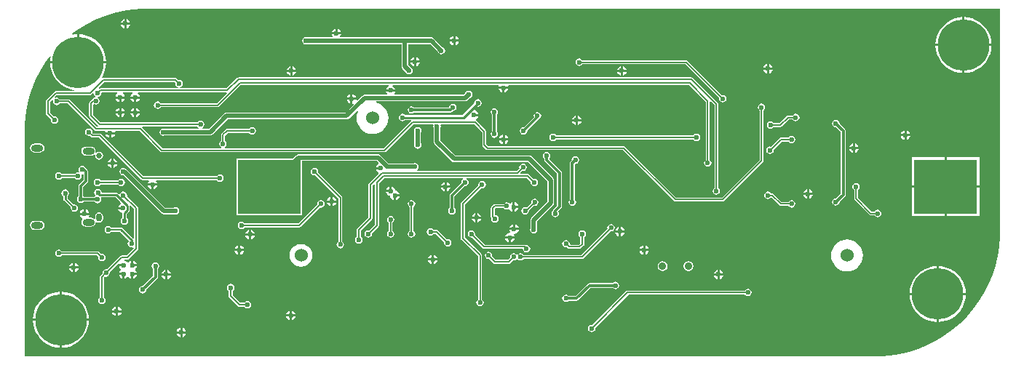
<source format=gbl>
G04*
G04 #@! TF.GenerationSoftware,Altium Limited,Altium Designer,18.1.9 (240)*
G04*
G04 Layer_Physical_Order=2*
G04 Layer_Color=16711680*
%FSLAX25Y25*%
%MOIN*%
G70*
G01*
G75*
%ADD11C,0.00787*%
%ADD15C,0.01000*%
%ADD103O,0.02559X0.03740*%
%ADD104C,0.02559*%
%ADD107C,0.01181*%
%ADD108C,0.01968*%
%ADD109C,0.06000*%
G04:AMPARAMS|DCode=110|XSize=55.12mil|YSize=31.5mil|CornerRadius=15.75mil|HoleSize=0mil|Usage=FLASHONLY|Rotation=0.000|XOffset=0mil|YOffset=0mil|HoleType=Round|Shape=RoundedRectangle|*
%AMROUNDEDRECTD110*
21,1,0.05512,0.00000,0,0,0.0*
21,1,0.02362,0.03150,0,0,0.0*
1,1,0.03150,0.01181,0.00000*
1,1,0.03150,-0.01181,0.00000*
1,1,0.03150,-0.01181,0.00000*
1,1,0.03150,0.01181,0.00000*
%
%ADD110ROUNDEDRECTD110*%
%ADD111C,0.03543*%
%ADD112C,0.23622*%
%ADD113C,0.02362*%
%ADD114R,0.28898X0.25000*%
G36*
X449803Y-105315D02*
X449803Y-107558D01*
X449451Y-112030D01*
X448749Y-116461D01*
X447702Y-120823D01*
X446316Y-125089D01*
X444599Y-129233D01*
X442563Y-133230D01*
X440219Y-137055D01*
X437582Y-140684D01*
X434669Y-144096D01*
X431497Y-147267D01*
X428086Y-150181D01*
X424457Y-152817D01*
X420632Y-155161D01*
X416635Y-157198D01*
X412490Y-158915D01*
X408224Y-160301D01*
X403862Y-161348D01*
X399431Y-162050D01*
X394959Y-162402D01*
X392717Y-162402D01*
X392717Y-162402D01*
X392717Y-162402D01*
X2953Y-162402D01*
Y-59055D01*
Y-56851D01*
X3299Y-52456D01*
X3988Y-48102D01*
X5017Y-43815D01*
X6380Y-39622D01*
X8067Y-35549D01*
X10068Y-31621D01*
X12372Y-27862D01*
X14500Y-24932D01*
X14963Y-25146D01*
X14867Y-25549D01*
X14748Y-27059D01*
X27059D01*
Y-14748D01*
X25549Y-14867D01*
X25146Y-14963D01*
X24933Y-14500D01*
X27862Y-12372D01*
X31621Y-10068D01*
X35549Y-8067D01*
X39622Y-6380D01*
X43815Y-5018D01*
X48101Y-3988D01*
X52456Y-3299D01*
X56851Y-2953D01*
X59055D01*
X59055Y-2953D01*
X449803Y-2953D01*
X449803Y-105315D01*
D02*
G37*
%LPC*%
G36*
X49713Y-7718D02*
Y-9342D01*
X51337D01*
X51267Y-8991D01*
X50785Y-8270D01*
X50064Y-7788D01*
X49713Y-7718D01*
D02*
G37*
G36*
X48713D02*
X48362Y-7788D01*
X47640Y-8270D01*
X47158Y-8991D01*
X47088Y-9342D01*
X48713D01*
Y-7718D01*
D02*
G37*
G36*
X51337Y-10343D02*
X49713D01*
Y-11967D01*
X50064Y-11897D01*
X50785Y-11415D01*
X51267Y-10694D01*
X51337Y-10343D01*
D02*
G37*
G36*
X48713D02*
X47088D01*
X47158Y-10694D01*
X47640Y-11415D01*
X48362Y-11897D01*
X48713Y-11967D01*
Y-10343D01*
D02*
G37*
G36*
X146366Y-12246D02*
Y-13870D01*
X147991D01*
X147921Y-13519D01*
X147439Y-12797D01*
X146717Y-12315D01*
X146366Y-12246D01*
D02*
G37*
G36*
X145366D02*
X145015Y-12315D01*
X144294Y-12797D01*
X143812Y-13519D01*
X143742Y-13870D01*
X145366D01*
Y-12246D01*
D02*
G37*
G36*
X147991Y-14870D02*
X143742D01*
X143812Y-15221D01*
X144134Y-15703D01*
X143867Y-16203D01*
X132651D01*
X132546Y-16133D01*
X131890Y-16003D01*
X131234Y-16133D01*
X130678Y-16504D01*
X130306Y-17061D01*
X130176Y-17717D01*
X130306Y-18372D01*
X130678Y-18928D01*
X131234Y-19300D01*
X131890Y-19431D01*
X132546Y-19300D01*
X132651Y-19230D01*
X175652D01*
Y-29528D01*
X175652Y-29528D01*
X175767Y-30107D01*
X176095Y-30598D01*
X177526Y-32028D01*
X177550Y-32152D01*
X177922Y-32708D01*
X178478Y-33080D01*
X179134Y-33210D01*
X179790Y-33080D01*
X180346Y-32708D01*
X180717Y-32152D01*
X180848Y-31496D01*
X180717Y-30840D01*
X180346Y-30284D01*
X179790Y-29912D01*
X179666Y-29888D01*
X178679Y-28901D01*
Y-19230D01*
X188786D01*
X192333Y-22776D01*
X192357Y-22900D01*
X192729Y-23456D01*
X193285Y-23828D01*
X193941Y-23958D01*
X194597Y-23828D01*
X195153Y-23456D01*
X195525Y-22900D01*
X195655Y-22244D01*
X195525Y-21588D01*
X195153Y-21032D01*
X194597Y-20661D01*
X194473Y-20636D01*
X190483Y-16646D01*
X189992Y-16318D01*
X189413Y-16203D01*
X189413Y-16203D01*
X147866D01*
X147599Y-15703D01*
X147921Y-15221D01*
X147991Y-14870D01*
D02*
G37*
G36*
X200303Y-15592D02*
Y-17217D01*
X201927D01*
X201858Y-16865D01*
X201376Y-16144D01*
X200654Y-15662D01*
X200303Y-15592D01*
D02*
G37*
G36*
X199303D02*
X198952Y-15662D01*
X198231Y-16144D01*
X197749Y-16865D01*
X197679Y-17217D01*
X199303D01*
Y-15592D01*
D02*
G37*
G36*
X433571Y-6874D02*
Y-19185D01*
X445882D01*
X445763Y-17675D01*
X445293Y-15714D01*
X444521Y-13851D01*
X443467Y-12132D01*
X442158Y-10598D01*
X440624Y-9289D01*
X438905Y-8235D01*
X437042Y-7463D01*
X435081Y-6993D01*
X433571Y-6874D01*
D02*
G37*
G36*
X432571D02*
X431061Y-6993D01*
X429100Y-7463D01*
X427237Y-8235D01*
X425518Y-9289D01*
X423984Y-10598D01*
X422675Y-12132D01*
X421621Y-13851D01*
X420849Y-15714D01*
X420378Y-17675D01*
X420260Y-19185D01*
X432571D01*
Y-6874D01*
D02*
G37*
G36*
X201927Y-18216D02*
X200303D01*
Y-19841D01*
X200654Y-19771D01*
X201376Y-19289D01*
X201858Y-18567D01*
X201927Y-18216D01*
D02*
G37*
G36*
X199303D02*
X197679D01*
X197749Y-18567D01*
X198231Y-19289D01*
X198952Y-19771D01*
X199303Y-19841D01*
Y-18216D01*
D02*
G37*
G36*
X182370Y-25238D02*
Y-26862D01*
X183994D01*
X183925Y-26511D01*
X183443Y-25790D01*
X182721Y-25308D01*
X182370Y-25238D01*
D02*
G37*
G36*
X181370D02*
X181019Y-25308D01*
X180298Y-25790D01*
X179815Y-26511D01*
X179746Y-26862D01*
X181370D01*
Y-25238D01*
D02*
G37*
G36*
X28059Y-14748D02*
Y-27059D01*
X40370D01*
X40251Y-25549D01*
X39781Y-23588D01*
X39009Y-21725D01*
X37955Y-20006D01*
X36646Y-18472D01*
X35113Y-17163D01*
X33393Y-16109D01*
X31530Y-15337D01*
X29569Y-14867D01*
X28059Y-14748D01*
D02*
G37*
G36*
X183994Y-27862D02*
X182370D01*
Y-29487D01*
X182721Y-29417D01*
X183443Y-28935D01*
X183925Y-28213D01*
X183994Y-27862D01*
D02*
G37*
G36*
X181370D02*
X179746D01*
X179815Y-28213D01*
X180298Y-28935D01*
X181019Y-29417D01*
X181370Y-29487D01*
Y-27862D01*
D02*
G37*
G36*
X344004Y-28387D02*
Y-30012D01*
X345628D01*
X345559Y-29661D01*
X345076Y-28939D01*
X344355Y-28457D01*
X344004Y-28387D01*
D02*
G37*
G36*
X343004D02*
X342653Y-28457D01*
X341931Y-28939D01*
X341449Y-29661D01*
X341380Y-30012D01*
X343004D01*
Y-28387D01*
D02*
G37*
G36*
X277075Y-29372D02*
Y-30996D01*
X278699D01*
X278629Y-30645D01*
X278147Y-29924D01*
X277426Y-29441D01*
X277075Y-29372D01*
D02*
G37*
G36*
X276075D02*
X275724Y-29441D01*
X275002Y-29924D01*
X274520Y-30645D01*
X274450Y-30996D01*
X276075D01*
Y-29372D01*
D02*
G37*
G36*
X125697D02*
Y-30996D01*
X127321D01*
X127251Y-30645D01*
X126769Y-29924D01*
X126048Y-29441D01*
X125697Y-29372D01*
D02*
G37*
G36*
X124697D02*
X124346Y-29441D01*
X123624Y-29924D01*
X123142Y-30645D01*
X123073Y-30996D01*
X124697D01*
Y-29372D01*
D02*
G37*
G36*
X432571Y-20185D02*
X420260D01*
X420378Y-21695D01*
X420849Y-23656D01*
X421621Y-25519D01*
X422675Y-27239D01*
X423984Y-28772D01*
X425518Y-30081D01*
X427237Y-31135D01*
X429100Y-31907D01*
X431061Y-32377D01*
X432571Y-32496D01*
Y-20185D01*
D02*
G37*
G36*
X445882D02*
X433571D01*
Y-32496D01*
X435081Y-32377D01*
X437042Y-31907D01*
X438905Y-31135D01*
X440624Y-30081D01*
X442158Y-28772D01*
X443467Y-27239D01*
X444521Y-25519D01*
X445293Y-23656D01*
X445763Y-21695D01*
X445882Y-20185D01*
D02*
G37*
G36*
X345628Y-31012D02*
X344004D01*
Y-32636D01*
X344355Y-32566D01*
X345076Y-32084D01*
X345559Y-31363D01*
X345628Y-31012D01*
D02*
G37*
G36*
X343004D02*
X341380D01*
X341449Y-31363D01*
X341931Y-32084D01*
X342653Y-32566D01*
X343004Y-32636D01*
Y-31012D01*
D02*
G37*
G36*
X278699Y-31996D02*
X277075D01*
Y-33620D01*
X277426Y-33551D01*
X278147Y-33068D01*
X278629Y-32347D01*
X278699Y-31996D01*
D02*
G37*
G36*
X276075D02*
X274450D01*
X274520Y-32347D01*
X275002Y-33068D01*
X275724Y-33551D01*
X276075Y-33620D01*
Y-31996D01*
D02*
G37*
G36*
X127321D02*
X125697D01*
Y-33620D01*
X126048Y-33551D01*
X126769Y-33068D01*
X127251Y-32347D01*
X127321Y-31996D01*
D02*
G37*
G36*
X124697D02*
X123073D01*
X123142Y-32347D01*
X123624Y-33068D01*
X124346Y-33551D01*
X124697Y-33620D01*
Y-31996D01*
D02*
G37*
G36*
X224467Y-39772D02*
X222843D01*
Y-41396D01*
X223194Y-41326D01*
X223915Y-40844D01*
X224397Y-40123D01*
X224467Y-39772D01*
D02*
G37*
G36*
X221843D02*
X220218D01*
X220288Y-40123D01*
X220770Y-40844D01*
X221492Y-41326D01*
X221843Y-41396D01*
Y-39772D01*
D02*
G37*
G36*
X153256Y-42167D02*
Y-43791D01*
X154880D01*
X154810Y-43440D01*
X154328Y-42719D01*
X153607Y-42237D01*
X153256Y-42167D01*
D02*
G37*
G36*
X152256D02*
X151905Y-42237D01*
X151183Y-42719D01*
X150701Y-43440D01*
X150631Y-43791D01*
X152256D01*
Y-42167D01*
D02*
G37*
G36*
X55825Y-44240D02*
X54201D01*
Y-45864D01*
X54552Y-45795D01*
X55273Y-45313D01*
X55755Y-44591D01*
X55825Y-44240D01*
D02*
G37*
G36*
X53201D02*
X51576D01*
X51646Y-44591D01*
X52128Y-45313D01*
X52850Y-45795D01*
X53201Y-45864D01*
Y-44240D01*
D02*
G37*
G36*
X48935D02*
X47311D01*
Y-45864D01*
X47662Y-45795D01*
X48384Y-45313D01*
X48866Y-44591D01*
X48935Y-44240D01*
D02*
G37*
G36*
X46311D02*
X44687D01*
X44756Y-44591D01*
X45239Y-45313D01*
X45960Y-45795D01*
X46311Y-45864D01*
Y-44240D01*
D02*
G37*
G36*
X257028Y-25845D02*
X256372Y-25975D01*
X255816Y-26347D01*
X255444Y-26903D01*
X255313Y-27559D01*
X255444Y-28215D01*
X255816Y-28771D01*
X256372Y-29143D01*
X257028Y-29273D01*
X257683Y-29143D01*
X258240Y-28771D01*
X258440Y-28470D01*
X305725D01*
X321191Y-43936D01*
X321121Y-44291D01*
X321251Y-44947D01*
X321623Y-45503D01*
X322179Y-45875D01*
X322835Y-46005D01*
X323491Y-45875D01*
X324047Y-45503D01*
X324418Y-44947D01*
X324549Y-44291D01*
X324418Y-43635D01*
X324047Y-43079D01*
X323491Y-42708D01*
X322835Y-42577D01*
X322480Y-42648D01*
X306747Y-26915D01*
X306451Y-26717D01*
X306102Y-26648D01*
X258440D01*
X258240Y-26347D01*
X257683Y-25975D01*
X257028Y-25845D01*
D02*
G37*
G36*
X152256Y-44791D02*
X150631D01*
X150701Y-45142D01*
X151183Y-45864D01*
X151905Y-46346D01*
X152256Y-46416D01*
Y-44791D01*
D02*
G37*
G36*
X199164Y-46574D02*
X198508Y-46705D01*
X197952Y-47076D01*
X197581Y-47632D01*
X197450Y-48288D01*
X197368Y-48388D01*
X181515D01*
X181448Y-48288D01*
X180892Y-47916D01*
X180236Y-47786D01*
X179580Y-47916D01*
X179024Y-48288D01*
X178653Y-48844D01*
X178522Y-49500D01*
X178653Y-50156D01*
X179024Y-50712D01*
X179580Y-51084D01*
X180236Y-51214D01*
X180892Y-51084D01*
X181448Y-50712D01*
X181515Y-50612D01*
X197952D01*
X197952Y-50612D01*
X198378Y-50527D01*
X198739Y-50286D01*
X199046Y-49979D01*
X199164Y-50002D01*
X199820Y-49872D01*
X200376Y-49500D01*
X200748Y-48944D01*
X200878Y-48288D01*
X200748Y-47632D01*
X200376Y-47076D01*
X199820Y-46705D01*
X199164Y-46574D01*
D02*
G37*
G36*
X54201Y-48505D02*
Y-50130D01*
X55825D01*
X55755Y-49779D01*
X55273Y-49057D01*
X54552Y-48575D01*
X54201Y-48505D01*
D02*
G37*
G36*
X53201D02*
X52850Y-48575D01*
X52128Y-49057D01*
X51646Y-49779D01*
X51576Y-50130D01*
X53201D01*
Y-48505D01*
D02*
G37*
G36*
X47311D02*
Y-50130D01*
X48935D01*
X48866Y-49779D01*
X48384Y-49057D01*
X47662Y-48575D01*
X47311Y-48505D01*
D02*
G37*
G36*
X46311D02*
X45960Y-48575D01*
X45239Y-49057D01*
X44756Y-49779D01*
X44687Y-50130D01*
X46311D01*
Y-48505D01*
D02*
G37*
G36*
X55825Y-51130D02*
X54201D01*
Y-52754D01*
X54552Y-52684D01*
X55273Y-52202D01*
X55755Y-51481D01*
X55825Y-51130D01*
D02*
G37*
G36*
X53201D02*
X51576D01*
X51646Y-51481D01*
X52128Y-52202D01*
X52850Y-52684D01*
X53201Y-52754D01*
Y-51130D01*
D02*
G37*
G36*
X48935D02*
X47311D01*
Y-52754D01*
X47662Y-52684D01*
X48384Y-52202D01*
X48866Y-51481D01*
X48935Y-51130D01*
D02*
G37*
G36*
X46311D02*
X44687D01*
X44756Y-51481D01*
X45239Y-52202D01*
X45960Y-52684D01*
X46311Y-52754D01*
Y-51130D01*
D02*
G37*
G36*
X256405Y-52009D02*
Y-53634D01*
X258030D01*
X257960Y-53283D01*
X257478Y-52561D01*
X256756Y-52079D01*
X256405Y-52009D01*
D02*
G37*
G36*
X255405D02*
X255054Y-52079D01*
X254333Y-52561D01*
X253851Y-53283D01*
X253781Y-53634D01*
X255405D01*
Y-52009D01*
D02*
G37*
G36*
X356241Y-51180D02*
X355585Y-51310D01*
X355029Y-51682D01*
X354828Y-51982D01*
X352618D01*
X352269Y-52052D01*
X351974Y-52249D01*
X348804Y-55419D01*
X346129D01*
X345928Y-55118D01*
X345372Y-54747D01*
X344716Y-54616D01*
X344060Y-54747D01*
X343504Y-55118D01*
X343132Y-55674D01*
X343002Y-56330D01*
X343132Y-56986D01*
X343504Y-57542D01*
X344060Y-57914D01*
X344716Y-58044D01*
X345372Y-57914D01*
X345928Y-57542D01*
X346129Y-57241D01*
X349182D01*
X349530Y-57172D01*
X349826Y-56974D01*
X352995Y-53805D01*
X354828D01*
X355029Y-54106D01*
X355585Y-54477D01*
X356241Y-54608D01*
X356897Y-54477D01*
X357453Y-54106D01*
X357824Y-53550D01*
X357955Y-52894D01*
X357824Y-52238D01*
X357453Y-51682D01*
X356897Y-51310D01*
X356241Y-51180D01*
D02*
G37*
G36*
X258030Y-54634D02*
X256405D01*
Y-56258D01*
X256756Y-56188D01*
X257478Y-55706D01*
X257960Y-54985D01*
X258030Y-54634D01*
D02*
G37*
G36*
X255405D02*
X253781D01*
X253851Y-54985D01*
X254333Y-55706D01*
X255054Y-56188D01*
X255405Y-56258D01*
Y-54634D01*
D02*
G37*
G36*
X237905Y-50451D02*
X237249Y-50582D01*
X236693Y-50953D01*
X236321Y-51509D01*
X236191Y-52165D01*
X236307Y-52750D01*
X231693Y-57365D01*
X231575Y-57341D01*
X230919Y-57472D01*
X230363Y-57843D01*
X229991Y-58399D01*
X229861Y-59055D01*
X229991Y-59711D01*
X230363Y-60267D01*
X230919Y-60639D01*
X231575Y-60769D01*
X232231Y-60639D01*
X232787Y-60267D01*
X233158Y-59711D01*
X233289Y-59055D01*
X233265Y-58937D01*
X238427Y-53776D01*
X238561Y-53749D01*
X239117Y-53377D01*
X239488Y-52821D01*
X239619Y-52165D01*
X239488Y-51509D01*
X239117Y-50953D01*
X238561Y-50582D01*
X237905Y-50451D01*
D02*
G37*
G36*
X406996Y-58899D02*
Y-60524D01*
X408620D01*
X408551Y-60173D01*
X408069Y-59451D01*
X407347Y-58969D01*
X406996Y-58899D01*
D02*
G37*
G36*
X405996D02*
X405645Y-58969D01*
X404924Y-59451D01*
X404441Y-60173D01*
X404372Y-60524D01*
X405996D01*
Y-58899D01*
D02*
G37*
G36*
X310740Y-60294D02*
X310084Y-60424D01*
X309528Y-60796D01*
X309327Y-61097D01*
X246492D01*
X246291Y-60796D01*
X245735Y-60424D01*
X245079Y-60294D01*
X244423Y-60424D01*
X243867Y-60796D01*
X243495Y-61352D01*
X243365Y-62008D01*
X243495Y-62664D01*
X243867Y-63220D01*
X244423Y-63591D01*
X245079Y-63722D01*
X245735Y-63591D01*
X246291Y-63220D01*
X246492Y-62919D01*
X309327D01*
X309528Y-63220D01*
X310084Y-63591D01*
X310740Y-63722D01*
X311396Y-63591D01*
X311951Y-63220D01*
X312323Y-62664D01*
X312454Y-62008D01*
X312323Y-61352D01*
X311951Y-60796D01*
X311396Y-60424D01*
X310740Y-60294D01*
D02*
G37*
G36*
X44368Y-60559D02*
X42744D01*
Y-62183D01*
X43095Y-62114D01*
X43817Y-61632D01*
X44299Y-60910D01*
X44368Y-60559D01*
D02*
G37*
G36*
X41744D02*
X40120D01*
X40190Y-60910D01*
X40672Y-61632D01*
X41393Y-62114D01*
X41744Y-62183D01*
Y-60559D01*
D02*
G37*
G36*
X218228Y-48758D02*
X217572Y-48889D01*
X217016Y-49260D01*
X216645Y-49817D01*
X216514Y-50472D01*
X216645Y-51128D01*
X217016Y-51684D01*
X217116Y-51751D01*
Y-59233D01*
X217016Y-59300D01*
X216645Y-59856D01*
X216514Y-60512D01*
X216645Y-61168D01*
X217016Y-61724D01*
X217572Y-62095D01*
X218228Y-62226D01*
X218884Y-62095D01*
X219440Y-61724D01*
X219812Y-61168D01*
X219942Y-60512D01*
X219812Y-59856D01*
X219440Y-59300D01*
X219340Y-59233D01*
Y-51751D01*
X219440Y-51684D01*
X219812Y-51128D01*
X219942Y-50472D01*
X219812Y-49817D01*
X219440Y-49260D01*
X218884Y-48889D01*
X218228Y-48758D01*
D02*
G37*
G36*
X222961Y-60868D02*
Y-62492D01*
X224585D01*
X224515Y-62141D01*
X224033Y-61420D01*
X223312Y-60938D01*
X222961Y-60868D01*
D02*
G37*
G36*
X221961D02*
X221610Y-60938D01*
X220888Y-61420D01*
X220406Y-62141D01*
X220336Y-62492D01*
X221961D01*
Y-60868D01*
D02*
G37*
G36*
X408620Y-61524D02*
X406996D01*
Y-63148D01*
X407347Y-63078D01*
X408069Y-62596D01*
X408551Y-61875D01*
X408620Y-61524D01*
D02*
G37*
G36*
X405996D02*
X404372D01*
X404441Y-61875D01*
X404924Y-62596D01*
X405645Y-63078D01*
X405996Y-63148D01*
Y-61524D01*
D02*
G37*
G36*
X354331Y-61278D02*
X353675Y-61409D01*
X353119Y-61780D01*
X352918Y-62081D01*
X349410D01*
X349061Y-62150D01*
X348765Y-62348D01*
X344843Y-66270D01*
X344488Y-66199D01*
X343832Y-66330D01*
X343276Y-66701D01*
X342905Y-67257D01*
X342774Y-67913D01*
X342905Y-68569D01*
X343276Y-69125D01*
X343832Y-69497D01*
X344488Y-69627D01*
X345144Y-69497D01*
X345700Y-69125D01*
X346072Y-68569D01*
X346202Y-67913D01*
X346132Y-67559D01*
X349787Y-63903D01*
X352918D01*
X353119Y-64204D01*
X353675Y-64576D01*
X354331Y-64706D01*
X354987Y-64576D01*
X355543Y-64204D01*
X355914Y-63648D01*
X356045Y-62992D01*
X355914Y-62336D01*
X355543Y-61780D01*
X354987Y-61409D01*
X354331Y-61278D01*
D02*
G37*
G36*
X224585Y-63492D02*
X222961D01*
Y-65117D01*
X223312Y-65047D01*
X224033Y-64565D01*
X224515Y-63843D01*
X224585Y-63492D01*
D02*
G37*
G36*
X221961D02*
X220336D01*
X220406Y-63843D01*
X220888Y-64565D01*
X221610Y-65047D01*
X221961Y-65117D01*
Y-63492D01*
D02*
G37*
G36*
X383374Y-64805D02*
Y-66429D01*
X384998D01*
X384929Y-66078D01*
X384447Y-65357D01*
X383725Y-64875D01*
X383374Y-64805D01*
D02*
G37*
G36*
X382374D02*
X382023Y-64875D01*
X381301Y-65357D01*
X380820Y-66078D01*
X380750Y-66429D01*
X382374D01*
Y-64805D01*
D02*
G37*
G36*
X183071Y-57341D02*
X182415Y-57472D01*
X181859Y-57843D01*
X181487Y-58399D01*
X181357Y-59055D01*
X181487Y-59711D01*
X181558Y-59816D01*
Y-64751D01*
X181487Y-64856D01*
X181357Y-65512D01*
X181487Y-66168D01*
X181859Y-66724D01*
X182415Y-67095D01*
X183071Y-67226D01*
X183727Y-67095D01*
X184283Y-66724D01*
X184654Y-66168D01*
X184785Y-65512D01*
X184654Y-64856D01*
X184584Y-64751D01*
Y-59816D01*
X184654Y-59711D01*
X184785Y-59055D01*
X184654Y-58399D01*
X184283Y-57843D01*
X183727Y-57472D01*
X183071Y-57341D01*
D02*
G37*
G36*
X10039Y-64814D02*
X7677D01*
X6868Y-64975D01*
X6181Y-65433D01*
X5723Y-66120D01*
X5562Y-66929D01*
X5723Y-67739D01*
X6181Y-68425D01*
X6868Y-68884D01*
X7677Y-69045D01*
X10039D01*
X10849Y-68884D01*
X11535Y-68425D01*
X11994Y-67739D01*
X12155Y-66929D01*
X11994Y-66120D01*
X11535Y-65433D01*
X10849Y-64975D01*
X10039Y-64814D01*
D02*
G37*
G36*
X384998Y-67429D02*
X383374D01*
Y-69054D01*
X383725Y-68984D01*
X384447Y-68502D01*
X384929Y-67780D01*
X384998Y-67429D01*
D02*
G37*
G36*
X382374D02*
X380750D01*
X380820Y-67780D01*
X381301Y-68502D01*
X382023Y-68984D01*
X382374Y-69054D01*
Y-67429D01*
D02*
G37*
G36*
X33465Y-66270D02*
X31102D01*
X30293Y-66431D01*
X29607Y-66890D01*
X29148Y-67576D01*
X28987Y-68386D01*
X29148Y-69195D01*
X29607Y-69882D01*
X30293Y-70340D01*
X31102Y-70501D01*
X33465D01*
X34274Y-70340D01*
X34960Y-69882D01*
X35014Y-69801D01*
X35485Y-69997D01*
X35390Y-70473D01*
X35528Y-71167D01*
X35922Y-71755D01*
X36510Y-72149D01*
X37205Y-72287D01*
X37899Y-72149D01*
X38488Y-71755D01*
X38881Y-71167D01*
X39019Y-70473D01*
X38881Y-69778D01*
X38488Y-69190D01*
X37899Y-68796D01*
X37205Y-68658D01*
X36510Y-68796D01*
X35931Y-69183D01*
X35887Y-69173D01*
X35462Y-68977D01*
X35580Y-68386D01*
X35419Y-67576D01*
X34960Y-66890D01*
X34274Y-66431D01*
X33465Y-66270D01*
D02*
G37*
G36*
X43807Y-71694D02*
Y-73319D01*
X45432D01*
X45362Y-72968D01*
X44880Y-72246D01*
X44158Y-71764D01*
X43807Y-71694D01*
D02*
G37*
G36*
X42807D02*
X42456Y-71764D01*
X41735Y-72246D01*
X41252Y-72968D01*
X41183Y-73319D01*
X42807D01*
Y-71694D01*
D02*
G37*
G36*
X45432Y-74319D02*
X43807D01*
Y-75943D01*
X44158Y-75874D01*
X44880Y-75391D01*
X45362Y-74670D01*
X45432Y-74319D01*
D02*
G37*
G36*
X42807D02*
X41183D01*
X41252Y-74670D01*
X41735Y-75391D01*
X42456Y-75874D01*
X42807Y-75943D01*
Y-74319D01*
D02*
G37*
G36*
X165029Y-69786D02*
X165029Y-69786D01*
X128405D01*
X127826Y-69901D01*
X127335Y-70229D01*
X127335Y-70229D01*
X125919Y-71646D01*
X100110D01*
Y-97646D01*
X130008D01*
Y-72812D01*
X164402D01*
X165253Y-73663D01*
X165122Y-74239D01*
X164569Y-74609D01*
X164087Y-75330D01*
X164017Y-75681D01*
X166142D01*
Y-76681D01*
X164017D01*
X164087Y-77032D01*
X164569Y-77754D01*
X165023Y-78057D01*
X165116Y-78672D01*
X160773Y-83015D01*
X160575Y-83310D01*
X160506Y-83659D01*
Y-98560D01*
X155458Y-103608D01*
X155261Y-103903D01*
X155191Y-104252D01*
Y-107642D01*
X154890Y-107843D01*
X154519Y-108399D01*
X154388Y-109055D01*
X154519Y-109711D01*
X154890Y-110267D01*
X155446Y-110639D01*
X156102Y-110769D01*
X156758Y-110639D01*
X157314Y-110267D01*
X157686Y-109711D01*
X157816Y-109055D01*
X157686Y-108399D01*
X157314Y-107843D01*
X157014Y-107642D01*
Y-104629D01*
X162062Y-99581D01*
X162259Y-99286D01*
X162329Y-98937D01*
Y-84036D01*
X162997Y-83368D01*
X163459Y-83559D01*
Y-101985D01*
X160788Y-104656D01*
X160433Y-104585D01*
X159777Y-104716D01*
X159221Y-105087D01*
X158850Y-105643D01*
X158719Y-106299D01*
X158850Y-106955D01*
X159221Y-107511D01*
X159777Y-107883D01*
X160433Y-108013D01*
X161089Y-107883D01*
X161645Y-107511D01*
X162017Y-106955D01*
X162147Y-106299D01*
X162076Y-105944D01*
X165014Y-103006D01*
X165212Y-102711D01*
X165281Y-102362D01*
Y-83055D01*
X167700Y-80636D01*
X203922D01*
X204004Y-80893D01*
X204006Y-81136D01*
X203512Y-81465D01*
X203141Y-82021D01*
X203010Y-82677D01*
X203034Y-82795D01*
X198033Y-87796D01*
X197792Y-88157D01*
X197707Y-88583D01*
X197707Y-88583D01*
Y-94489D01*
X197607Y-94556D01*
X197235Y-95112D01*
X197105Y-95768D01*
X197235Y-96424D01*
X197607Y-96980D01*
X198163Y-97351D01*
X198819Y-97482D01*
X199475Y-97351D01*
X200031Y-96980D01*
X200402Y-96424D01*
X200533Y-95768D01*
X200402Y-95112D01*
X200031Y-94556D01*
X199931Y-94489D01*
Y-89043D01*
X204606Y-84368D01*
X204724Y-84391D01*
X205380Y-84261D01*
X205936Y-83889D01*
X206308Y-83333D01*
X206438Y-82677D01*
X206308Y-82021D01*
X205936Y-81465D01*
X205443Y-81136D01*
X205445Y-80893D01*
X205526Y-80636D01*
X233185D01*
X234872Y-82322D01*
X234802Y-82677D01*
X234932Y-83333D01*
X235304Y-83889D01*
X235860Y-84261D01*
X236516Y-84391D01*
X237172Y-84261D01*
X237728Y-83889D01*
X238099Y-83333D01*
X238230Y-82677D01*
X238099Y-82021D01*
X237728Y-81465D01*
X237172Y-81094D01*
X236516Y-80963D01*
X236161Y-81034D01*
X234207Y-79080D01*
X233912Y-78883D01*
X233563Y-78813D01*
X230215D01*
X230024Y-78351D01*
X230944Y-77431D01*
X231299Y-77501D01*
X231955Y-77371D01*
X232511Y-76999D01*
X232883Y-76443D01*
X233013Y-75787D01*
X232883Y-75131D01*
X232511Y-74575D01*
X231955Y-74204D01*
X231299Y-74073D01*
X230643Y-74204D01*
X230087Y-74575D01*
X229716Y-75131D01*
X229585Y-75787D01*
X229656Y-76142D01*
X228379Y-77420D01*
X182941D01*
X182789Y-76920D01*
X183082Y-76724D01*
X183454Y-76168D01*
X183584Y-75512D01*
X183454Y-74856D01*
X183082Y-74300D01*
X182526Y-73928D01*
X181870Y-73798D01*
X181214Y-73928D01*
X181109Y-73998D01*
X169869D01*
X166099Y-70229D01*
X165608Y-69901D01*
X165512Y-69882D01*
X165029Y-69786D01*
D02*
G37*
G36*
X29528Y-75058D02*
X28872Y-75188D01*
X28315Y-75560D01*
X27944Y-76116D01*
X27814Y-76771D01*
X27944Y-77427D01*
X28059Y-77600D01*
X27759Y-78050D01*
X27559Y-78010D01*
X26903Y-78141D01*
X26347Y-78512D01*
X26146Y-78813D01*
X20114D01*
X19913Y-78512D01*
X19357Y-78141D01*
X18701Y-78010D01*
X18045Y-78141D01*
X17489Y-78512D01*
X17117Y-79068D01*
X16987Y-79724D01*
X17117Y-80380D01*
X17489Y-80936D01*
X18045Y-81308D01*
X18701Y-81438D01*
X19357Y-81308D01*
X19913Y-80936D01*
X20114Y-80636D01*
X26146D01*
X26347Y-80936D01*
X26903Y-81308D01*
X27559Y-81438D01*
X28215Y-81308D01*
X28771Y-80936D01*
X29143Y-80380D01*
X29273Y-79724D01*
X29156Y-79137D01*
X29257Y-78910D01*
X29455Y-78636D01*
X29558Y-78625D01*
X29990Y-79009D01*
Y-81470D01*
X27954Y-83507D01*
X27713Y-83868D01*
X27628Y-84293D01*
X27628Y-84293D01*
Y-89072D01*
X27528Y-89138D01*
X27157Y-89694D01*
X27026Y-90350D01*
X27157Y-91006D01*
X27528Y-91562D01*
X28084Y-91934D01*
X28740Y-92064D01*
X29396Y-91934D01*
X29952Y-91562D01*
X30019Y-91462D01*
X35004D01*
X35205Y-91763D01*
X35761Y-92135D01*
X36417Y-92265D01*
X37073Y-92135D01*
X37629Y-91763D01*
X38001Y-91207D01*
X38131Y-90551D01*
X38001Y-89895D01*
X37958Y-89831D01*
X38193Y-89390D01*
X44641D01*
X45180Y-89929D01*
X45366Y-90207D01*
X46643Y-91485D01*
X46922Y-91671D01*
X47208Y-91957D01*
X47059Y-92515D01*
X46459Y-92916D01*
X45977Y-93637D01*
X45907Y-93988D01*
X48031D01*
Y-94988D01*
X45907D01*
X45977Y-95339D01*
X46459Y-96061D01*
X47181Y-96543D01*
X47807Y-96667D01*
X47780Y-96805D01*
Y-99053D01*
X47587Y-99182D01*
X47216Y-99738D01*
X47085Y-100394D01*
X47216Y-101050D01*
X47587Y-101606D01*
X48143Y-101977D01*
X48799Y-102108D01*
X49455Y-101977D01*
X50011Y-101606D01*
X50383Y-101050D01*
X50513Y-100394D01*
X50383Y-99738D01*
X50011Y-99182D01*
X49819Y-99053D01*
Y-97227D01*
X50934Y-96113D01*
X51155Y-95782D01*
X51232Y-95392D01*
Y-93543D01*
X51284Y-93495D01*
X51699Y-93302D01*
X53223Y-94826D01*
Y-108242D01*
X52723Y-108394D01*
X52670Y-108315D01*
X47965Y-103610D01*
X47634Y-103389D01*
X47244Y-103311D01*
X46854Y-103389D01*
X46808Y-103419D01*
X42752D01*
X42551Y-103119D01*
X41995Y-102747D01*
X41339Y-102617D01*
X40683Y-102747D01*
X40127Y-103119D01*
X39755Y-103675D01*
X39625Y-104331D01*
X39755Y-104987D01*
X40127Y-105543D01*
X40683Y-105914D01*
X41339Y-106045D01*
X41995Y-105914D01*
X42551Y-105543D01*
X42752Y-105242D01*
X46713D01*
X50586Y-109114D01*
X50737Y-109615D01*
X50365Y-110171D01*
X50235Y-110827D01*
X50365Y-111483D01*
X50737Y-112039D01*
X51293Y-112410D01*
X51949Y-112541D01*
X52451Y-112441D01*
X52877Y-112677D01*
X52970Y-112768D01*
X53003Y-113041D01*
X49829Y-116215D01*
X47451D01*
X47102Y-116284D01*
X46806Y-116482D01*
X40709Y-122579D01*
X40354Y-122508D01*
X39698Y-122639D01*
X39142Y-123011D01*
X38771Y-123566D01*
X38640Y-124223D01*
X38677Y-124405D01*
X37742Y-125340D01*
X37544Y-125636D01*
X37475Y-125984D01*
Y-135398D01*
X37174Y-135599D01*
X36802Y-136155D01*
X36672Y-136811D01*
X36802Y-137467D01*
X37174Y-138023D01*
X37730Y-138395D01*
X38386Y-138525D01*
X39042Y-138395D01*
X39598Y-138023D01*
X39969Y-137467D01*
X40100Y-136811D01*
X39969Y-136155D01*
X39598Y-135599D01*
X39297Y-135398D01*
Y-126362D01*
X39827Y-125832D01*
X40354Y-125936D01*
X41010Y-125806D01*
X41566Y-125435D01*
X41938Y-124878D01*
X42068Y-124223D01*
X41998Y-123868D01*
X45792Y-120073D01*
X45991Y-120179D01*
X48406D01*
Y-121179D01*
X46281D01*
X46351Y-121530D01*
X46833Y-122252D01*
X47052Y-122398D01*
Y-122898D01*
X46833Y-123044D01*
X46351Y-123765D01*
X46281Y-124116D01*
X48406D01*
Y-124616D01*
X48906D01*
Y-126741D01*
X49257Y-126671D01*
X49978Y-126189D01*
X50124Y-125970D01*
X50624D01*
X50770Y-126189D01*
X51491Y-126671D01*
X51842Y-126741D01*
Y-124616D01*
X52342D01*
Y-124116D01*
X54467D01*
X54397Y-123765D01*
X53915Y-123044D01*
X53697Y-122898D01*
Y-122398D01*
X53915Y-122252D01*
X54397Y-121530D01*
X54467Y-121179D01*
X52342D01*
Y-120679D01*
X51842D01*
Y-118555D01*
X51491Y-118625D01*
X50770Y-119107D01*
X50624Y-119325D01*
X50124D01*
X49978Y-119107D01*
X49257Y-118625D01*
X48817Y-118537D01*
X48866Y-118037D01*
X50207D01*
X50555Y-117968D01*
X50851Y-117770D01*
X54778Y-113843D01*
X54976Y-113548D01*
X55045Y-113199D01*
Y-94449D01*
X54976Y-94100D01*
X54778Y-93805D01*
X49911Y-88937D01*
X49982Y-88583D01*
X49851Y-87927D01*
X49480Y-87371D01*
X48924Y-86999D01*
X48268Y-86869D01*
X47612Y-86999D01*
X47056Y-87371D01*
X46718Y-87876D01*
X46558Y-87965D01*
X46207Y-88072D01*
X45784Y-87649D01*
X45453Y-87428D01*
X45063Y-87351D01*
X38360D01*
X38233Y-86711D01*
X37861Y-86155D01*
X37305Y-85783D01*
X36649Y-85653D01*
X35993Y-85783D01*
X35437Y-86155D01*
X35065Y-86711D01*
X34935Y-87367D01*
X35065Y-88023D01*
X35437Y-88579D01*
X35203Y-89005D01*
X34964Y-89239D01*
X30019D01*
X29952Y-89138D01*
X29852Y-89072D01*
Y-84754D01*
X31889Y-82717D01*
X31889Y-82717D01*
X32130Y-82357D01*
X32214Y-81931D01*
X32214Y-81931D01*
Y-77697D01*
X32130Y-77271D01*
X31889Y-76911D01*
X31115Y-76137D01*
X31111Y-76116D01*
X30740Y-75560D01*
X30183Y-75188D01*
X29528Y-75058D01*
D02*
G37*
G36*
X47244Y-80963D02*
X46588Y-81094D01*
X46032Y-81465D01*
X45831Y-81766D01*
X37830D01*
X37629Y-81465D01*
X37073Y-81094D01*
X36417Y-80963D01*
X35761Y-81094D01*
X35205Y-81465D01*
X34834Y-82021D01*
X34703Y-82677D01*
X34834Y-83333D01*
X35205Y-83889D01*
X35761Y-84261D01*
X36417Y-84391D01*
X37073Y-84261D01*
X37629Y-83889D01*
X37830Y-83588D01*
X45831D01*
X46032Y-83889D01*
X46588Y-84261D01*
X47244Y-84391D01*
X47900Y-84261D01*
X48456Y-83889D01*
X48828Y-83333D01*
X48958Y-82677D01*
X48828Y-82021D01*
X48456Y-81465D01*
X47900Y-81094D01*
X47244Y-80963D01*
D02*
G37*
G36*
X32480Y-57892D02*
X31824Y-58023D01*
X31268Y-58394D01*
X30897Y-58950D01*
X30766Y-59606D01*
X30897Y-60262D01*
X31268Y-60818D01*
X31824Y-61190D01*
X32480Y-61320D01*
X32835Y-61250D01*
X33452Y-61867D01*
X33748Y-62065D01*
X34097Y-62134D01*
X37223D01*
X56442Y-81353D01*
X56738Y-81551D01*
X57087Y-81620D01*
X59899D01*
X59945Y-81770D01*
X60021Y-82120D01*
X59560Y-82810D01*
X59490Y-83161D01*
X63739D01*
X63669Y-82810D01*
X63207Y-82120D01*
X63284Y-81770D01*
X63329Y-81620D01*
X91107D01*
X91308Y-81921D01*
X91864Y-82292D01*
X92520Y-82423D01*
X93176Y-82292D01*
X93732Y-81921D01*
X94103Y-81365D01*
X94234Y-80709D01*
X94103Y-80053D01*
X93732Y-79497D01*
X93176Y-79125D01*
X92520Y-78995D01*
X91864Y-79125D01*
X91308Y-79497D01*
X91107Y-79798D01*
X57464D01*
X38245Y-60578D01*
X37949Y-60381D01*
X37601Y-60312D01*
X34474D01*
X34124Y-59961D01*
X34194Y-59606D01*
X34064Y-58950D01*
X33692Y-58394D01*
X33136Y-58023D01*
X32480Y-57892D01*
D02*
G37*
G36*
X440350Y-71146D02*
X425402D01*
Y-84146D01*
X440350D01*
Y-71146D01*
D02*
G37*
G36*
X424402D02*
X409453D01*
Y-84146D01*
X424402D01*
Y-71146D01*
D02*
G37*
G36*
X196366Y-82580D02*
Y-84205D01*
X197991D01*
X197921Y-83854D01*
X197439Y-83132D01*
X196717Y-82650D01*
X196366Y-82580D01*
D02*
G37*
G36*
X195366D02*
X195015Y-82650D01*
X194294Y-83132D01*
X193812Y-83854D01*
X193742Y-84205D01*
X195366D01*
Y-82580D01*
D02*
G37*
G36*
X212598Y-81945D02*
X211943Y-82075D01*
X211386Y-82447D01*
X211015Y-83003D01*
X210884Y-83659D01*
X210955Y-84014D01*
X203096Y-91873D01*
X202898Y-92168D01*
X202829Y-92517D01*
Y-108268D01*
X202898Y-108616D01*
X203096Y-108912D01*
X210703Y-116519D01*
Y-136382D01*
X210402Y-136583D01*
X210031Y-137139D01*
X209900Y-137795D01*
X210031Y-138451D01*
X210402Y-139007D01*
X210958Y-139379D01*
X211614Y-139509D01*
X212270Y-139379D01*
X212826Y-139007D01*
X213198Y-138451D01*
X213328Y-137795D01*
X213198Y-137139D01*
X212826Y-136583D01*
X212525Y-136382D01*
Y-116142D01*
X212456Y-115793D01*
X212259Y-115497D01*
X204651Y-107890D01*
Y-92895D01*
X212244Y-85302D01*
X212598Y-85373D01*
X213254Y-85242D01*
X213810Y-84871D01*
X214182Y-84315D01*
X214312Y-83659D01*
X214182Y-83003D01*
X213810Y-82447D01*
X213254Y-82075D01*
X212598Y-81945D01*
D02*
G37*
G36*
X63739Y-84161D02*
X62114D01*
Y-85786D01*
X62465Y-85716D01*
X63187Y-85234D01*
X63669Y-84513D01*
X63739Y-84161D01*
D02*
G37*
G36*
X61114D02*
X59490D01*
X59560Y-84513D01*
X60042Y-85234D01*
X60763Y-85716D01*
X61114Y-85786D01*
Y-84161D01*
D02*
G37*
G36*
X170169Y-84490D02*
X169818Y-84560D01*
X169097Y-85042D01*
X168615Y-85763D01*
X168545Y-86114D01*
X170169D01*
Y-84490D01*
D02*
G37*
G36*
X197991Y-85205D02*
X196366D01*
Y-86829D01*
X196717Y-86759D01*
X197439Y-86277D01*
X197921Y-85556D01*
X197991Y-85205D01*
D02*
G37*
G36*
X195366D02*
X193742D01*
X193812Y-85556D01*
X194294Y-86277D01*
X195015Y-86759D01*
X195366Y-86829D01*
Y-85205D01*
D02*
G37*
G36*
X362390Y-85789D02*
Y-87413D01*
X364014D01*
X363944Y-87062D01*
X363462Y-86341D01*
X362741Y-85859D01*
X362390Y-85789D01*
D02*
G37*
G36*
X361390D02*
X361039Y-85859D01*
X360317Y-86341D01*
X359835Y-87062D01*
X359765Y-87413D01*
X361390D01*
Y-85789D01*
D02*
G37*
G36*
X40370Y-28059D02*
X27559D01*
X14748D01*
X14867Y-29569D01*
X15337Y-31530D01*
X16109Y-33393D01*
X17163Y-35113D01*
X18472Y-36646D01*
X20006Y-37955D01*
X21725Y-39009D01*
X23588Y-39781D01*
X25549Y-40251D01*
X25682Y-40262D01*
X25663Y-40762D01*
X17382D01*
X17033Y-40831D01*
X16738Y-41029D01*
X13135Y-44631D01*
X12938Y-44927D01*
X12868Y-45276D01*
Y-51181D01*
X12938Y-51530D01*
X13135Y-51825D01*
X15089Y-53779D01*
X15018Y-54134D01*
X15149Y-54790D01*
X15520Y-55346D01*
X16076Y-55717D01*
X16732Y-55848D01*
X17388Y-55717D01*
X17944Y-55346D01*
X18316Y-54790D01*
X18446Y-54134D01*
X18316Y-53478D01*
X17944Y-52922D01*
X17388Y-52550D01*
X16732Y-52420D01*
X16377Y-52490D01*
X14691Y-50804D01*
Y-45653D01*
X15705Y-44638D01*
X15931Y-44753D01*
X16118Y-44933D01*
X16003Y-45512D01*
X16133Y-46168D01*
X16504Y-46724D01*
X17061Y-47095D01*
X17717Y-47226D01*
X18372Y-47095D01*
X18928Y-46724D01*
X19129Y-46423D01*
X22733D01*
X35025Y-58715D01*
X35321Y-58913D01*
X35669Y-58982D01*
X39785D01*
X40135Y-59482D01*
X40120Y-59559D01*
X44368D01*
X44336Y-59395D01*
X44645Y-58895D01*
X55638D01*
X65301Y-68558D01*
X65596Y-68755D01*
X65945Y-68825D01*
X167913D01*
X168262Y-68755D01*
X168558Y-68558D01*
X181192Y-55923D01*
X190154D01*
X190390Y-56364D01*
X190346Y-56431D01*
X190215Y-57087D01*
X190346Y-57743D01*
X190416Y-57848D01*
Y-63976D01*
X190416Y-63976D01*
X190531Y-64556D01*
X190859Y-65047D01*
X198733Y-72921D01*
X198733Y-72921D01*
X199224Y-73248D01*
X199803Y-73364D01*
X199803Y-73364D01*
X233625D01*
X242581Y-82320D01*
Y-91499D01*
X235150Y-98930D01*
X234822Y-99421D01*
X234707Y-100000D01*
X234707Y-100000D01*
Y-103570D01*
X234637Y-103675D01*
X234506Y-104331D01*
X234637Y-104987D01*
X235009Y-105543D01*
X235564Y-105914D01*
X236221Y-106045D01*
X236876Y-105914D01*
X237433Y-105543D01*
X237804Y-104987D01*
X237934Y-104331D01*
X237804Y-103675D01*
X237734Y-103570D01*
Y-100627D01*
X245164Y-93196D01*
X245165Y-93196D01*
X245493Y-92705D01*
X245608Y-92126D01*
X245608Y-92126D01*
Y-81693D01*
X245608Y-81693D01*
X245493Y-81114D01*
X245165Y-80623D01*
X245164Y-80623D01*
X235322Y-70780D01*
X234831Y-70452D01*
X234252Y-70337D01*
X234252Y-70337D01*
X200430D01*
X193442Y-63349D01*
Y-57848D01*
X193513Y-57743D01*
X193643Y-57087D01*
X193532Y-56529D01*
X193800Y-56029D01*
X208993D01*
X212671Y-59708D01*
Y-65512D01*
X212741Y-65860D01*
X212938Y-66156D01*
X214356Y-67573D01*
X214651Y-67771D01*
X215000Y-67840D01*
X277182D01*
X300537Y-91195D01*
X300832Y-91393D01*
X301181Y-91462D01*
X322834D01*
X323183Y-91393D01*
X323479Y-91195D01*
X341196Y-73479D01*
X341393Y-73183D01*
X341462Y-72834D01*
Y-49641D01*
X341763Y-49440D01*
X342135Y-48884D01*
X342265Y-48228D01*
X342135Y-47572D01*
X341763Y-47016D01*
X341207Y-46645D01*
X340551Y-46514D01*
X339895Y-46645D01*
X339339Y-47016D01*
X338968Y-47572D01*
X338837Y-48228D01*
X338968Y-48884D01*
X339339Y-49440D01*
X339640Y-49641D01*
Y-72457D01*
X322457Y-89640D01*
X301558D01*
X278203Y-66285D01*
X277908Y-66087D01*
X277559Y-66018D01*
X215377D01*
X214494Y-65134D01*
Y-59331D01*
X214424Y-58982D01*
X214227Y-58686D01*
X210014Y-54474D01*
X209719Y-54276D01*
X209682Y-54269D01*
X209665Y-54226D01*
X209629Y-53749D01*
X210234Y-53344D01*
X210716Y-52623D01*
X210786Y-52272D01*
X208661D01*
Y-51272D01*
X210786D01*
X210716Y-50921D01*
X210234Y-50199D01*
X209512Y-49717D01*
X209284Y-49672D01*
X209138Y-49193D01*
X210403Y-47929D01*
X210630Y-47974D01*
X211286Y-47843D01*
X211842Y-47472D01*
X212213Y-46916D01*
X212344Y-46260D01*
X212213Y-45604D01*
X211842Y-45048D01*
X211286Y-44676D01*
X210630Y-44546D01*
X209974Y-44676D01*
X209418Y-45048D01*
X209046Y-45604D01*
X208916Y-46260D01*
X208961Y-46487D01*
X203574Y-51874D01*
X177522D01*
X177393Y-51682D01*
X176837Y-51310D01*
X176181Y-51180D01*
X175525Y-51310D01*
X174969Y-51682D01*
X174598Y-52238D01*
X174467Y-52894D01*
X174598Y-53550D01*
X174969Y-54106D01*
X175525Y-54477D01*
X176181Y-54608D01*
X176837Y-54477D01*
X177393Y-54106D01*
X177522Y-53913D01*
X179950D01*
X180100Y-54222D01*
X180125Y-54413D01*
X167536Y-67002D01*
X94700D01*
X94618Y-66745D01*
X94616Y-66502D01*
X95110Y-66173D01*
X95481Y-65617D01*
X95612Y-64961D01*
X95481Y-64305D01*
X95110Y-63749D01*
X94809Y-63548D01*
Y-61248D01*
X96091Y-59966D01*
X105870D01*
X106071Y-60267D01*
X106628Y-60639D01*
X107283Y-60769D01*
X107939Y-60639D01*
X108495Y-60267D01*
X108867Y-59711D01*
X108997Y-59055D01*
X108867Y-58399D01*
X108495Y-57843D01*
X107939Y-57472D01*
X107283Y-57341D01*
X106628Y-57472D01*
X106071Y-57843D01*
X105870Y-58144D01*
X95713D01*
X95364Y-58213D01*
X95069Y-58411D01*
X93253Y-60226D01*
X93056Y-60522D01*
X92986Y-60871D01*
Y-63548D01*
X92686Y-63749D01*
X92314Y-64305D01*
X92184Y-64961D01*
X92314Y-65617D01*
X92686Y-66173D01*
X93179Y-66502D01*
X93178Y-66745D01*
X93096Y-67002D01*
X66322D01*
X56834Y-57514D01*
X57041Y-57014D01*
X79724D01*
X79724Y-57014D01*
X82248D01*
X82449Y-57314D01*
X82866Y-57593D01*
X82715Y-58093D01*
X67296D01*
X67191Y-58023D01*
X66535Y-57892D01*
X65879Y-58023D01*
X65323Y-58394D01*
X64952Y-58950D01*
X64821Y-59606D01*
X64952Y-60262D01*
X65323Y-60818D01*
X65879Y-61190D01*
X66535Y-61320D01*
X67191Y-61190D01*
X67296Y-61120D01*
X88031D01*
X88032Y-61120D01*
X88611Y-61004D01*
X89102Y-60676D01*
X96099Y-53679D01*
X150591D01*
X150591Y-53679D01*
X151170Y-53563D01*
X151661Y-53235D01*
X155658Y-49238D01*
X156064Y-49540D01*
X155633Y-50346D01*
X155216Y-51720D01*
X155075Y-53150D01*
X155216Y-54579D01*
X155633Y-55953D01*
X156310Y-57220D01*
X157221Y-58330D01*
X158331Y-59241D01*
X159598Y-59918D01*
X160972Y-60335D01*
X162402Y-60476D01*
X163831Y-60335D01*
X165205Y-59918D01*
X166472Y-59241D01*
X167582Y-58330D01*
X168493Y-57220D01*
X169170Y-55953D01*
X169587Y-54579D01*
X169728Y-53150D01*
X169587Y-51720D01*
X169170Y-50346D01*
X168493Y-49079D01*
X167582Y-47969D01*
X166472Y-47058D01*
X165205Y-46381D01*
X163955Y-46001D01*
X164030Y-45502D01*
X204854D01*
X204854Y-45502D01*
X205433Y-45386D01*
X205924Y-45058D01*
X207082Y-43900D01*
X207629Y-43535D01*
X208001Y-42979D01*
X208131Y-42323D01*
X208001Y-41667D01*
X207629Y-41111D01*
X207073Y-40739D01*
X206417Y-40609D01*
X205761Y-40739D01*
X205205Y-41111D01*
X204834Y-41667D01*
X204784Y-41919D01*
X204227Y-42475D01*
X172489D01*
X172315Y-41975D01*
X172724Y-41363D01*
X172794Y-41012D01*
X168545D01*
X168615Y-41363D01*
X169024Y-41975D01*
X168850Y-42475D01*
X158768D01*
X158768Y-42475D01*
X158189Y-42590D01*
X157698Y-42918D01*
X155412Y-45204D01*
X155310Y-45188D01*
X155032Y-44791D01*
X153256D01*
Y-46567D01*
X153652Y-46845D01*
X153669Y-46947D01*
X149964Y-50652D01*
X95472D01*
X94893Y-50767D01*
X94402Y-51095D01*
X94402Y-51095D01*
X87405Y-58093D01*
X84608D01*
X84456Y-57593D01*
X84873Y-57314D01*
X85245Y-56758D01*
X85375Y-56102D01*
X85245Y-55446D01*
X84873Y-54890D01*
X84317Y-54519D01*
X83661Y-54388D01*
X83005Y-54519D01*
X82449Y-54890D01*
X82248Y-55191D01*
X79724D01*
X79724Y-55191D01*
X37779D01*
X34376Y-51788D01*
Y-47034D01*
X34876Y-46767D01*
X35013Y-46859D01*
X35669Y-46990D01*
X36325Y-46859D01*
X36881Y-46488D01*
X37253Y-45932D01*
X37383Y-45276D01*
X37253Y-44620D01*
X36881Y-44064D01*
X36583Y-43864D01*
X36688Y-43333D01*
X37073Y-43257D01*
X37629Y-42885D01*
X38001Y-42329D01*
X38131Y-41673D01*
X38378Y-41372D01*
X45529D01*
X45680Y-41872D01*
X45239Y-42168D01*
X44756Y-42889D01*
X44687Y-43240D01*
X48935D01*
X48866Y-42889D01*
X48384Y-42168D01*
X47942Y-41872D01*
X48093Y-41372D01*
X52419D01*
X52570Y-41872D01*
X52128Y-42168D01*
X51646Y-42889D01*
X51576Y-43240D01*
X55825D01*
X55755Y-42889D01*
X55273Y-42168D01*
X54831Y-41872D01*
X54983Y-41372D01*
X95411D01*
X95618Y-41872D01*
X91158Y-46333D01*
X65389D01*
X65188Y-46032D01*
X64632Y-45660D01*
X63976Y-45530D01*
X63320Y-45660D01*
X62764Y-46032D01*
X62393Y-46588D01*
X62262Y-47244D01*
X62393Y-47900D01*
X62764Y-48456D01*
X63320Y-48828D01*
X63976Y-48958D01*
X64632Y-48828D01*
X65188Y-48456D01*
X65389Y-48155D01*
X91535D01*
X91884Y-48086D01*
X92180Y-47888D01*
X102058Y-38010D01*
X169657D01*
X169713Y-38166D01*
X169740Y-38510D01*
X169097Y-38939D01*
X168615Y-39661D01*
X168545Y-40012D01*
X172794D01*
X172724Y-39661D01*
X172242Y-38939D01*
X171599Y-38510D01*
X171626Y-38166D01*
X171682Y-38010D01*
X220007D01*
X220270Y-38510D01*
X220218Y-38772D01*
X224467D01*
X224415Y-38510D01*
X224678Y-38010D01*
X307390D01*
X315034Y-45653D01*
Y-72406D01*
X314733Y-72607D01*
X314361Y-73163D01*
X314231Y-73819D01*
X314361Y-74475D01*
X314733Y-75031D01*
X315289Y-75402D01*
X315945Y-75533D01*
X316601Y-75402D01*
X317157Y-75031D01*
X317528Y-74475D01*
X317659Y-73819D01*
X317528Y-73163D01*
X317157Y-72607D01*
X316856Y-72406D01*
Y-45805D01*
X317356Y-45598D01*
X318971Y-47213D01*
Y-85201D01*
X318670Y-85402D01*
X318298Y-85958D01*
X318168Y-86614D01*
X318298Y-87270D01*
X318670Y-87826D01*
X319226Y-88198D01*
X319882Y-88328D01*
X320538Y-88198D01*
X321094Y-87826D01*
X321465Y-87270D01*
X321596Y-86614D01*
X321465Y-85958D01*
X321094Y-85402D01*
X320793Y-85201D01*
Y-46835D01*
X320724Y-46486D01*
X320526Y-46191D01*
X309108Y-34773D01*
X308813Y-34576D01*
X308464Y-34506D01*
X100985D01*
X100636Y-34576D01*
X100340Y-34773D01*
X95564Y-39550D01*
X74198D01*
X74149Y-39050D01*
X74475Y-38985D01*
X75031Y-38614D01*
X75402Y-38058D01*
X75533Y-37402D01*
X75402Y-36746D01*
X75031Y-36190D01*
X74475Y-35818D01*
X73819Y-35688D01*
X73464Y-35758D01*
X72782Y-35076D01*
X72487Y-34879D01*
X72138Y-34809D01*
X39083D01*
X38734Y-34879D01*
X38651Y-34934D01*
X38282Y-34579D01*
X39009Y-33393D01*
X39781Y-31530D01*
X40251Y-29569D01*
X40370Y-28059D01*
D02*
G37*
G36*
X374606Y-53995D02*
X373950Y-54125D01*
X373394Y-54497D01*
X373023Y-55053D01*
X372892Y-55709D01*
X373023Y-56365D01*
X373394Y-56921D01*
X373950Y-57292D01*
X374606Y-57423D01*
X374724Y-57399D01*
X376841Y-59516D01*
Y-87807D01*
X374724Y-89924D01*
X374606Y-89900D01*
X373950Y-90031D01*
X373394Y-90402D01*
X373023Y-90958D01*
X372892Y-91614D01*
X373023Y-92270D01*
X373394Y-92826D01*
X373950Y-93198D01*
X374606Y-93328D01*
X375262Y-93198D01*
X375818Y-92826D01*
X376190Y-92270D01*
X376320Y-91614D01*
X376297Y-91496D01*
X378739Y-89054D01*
X378739Y-89054D01*
X378980Y-88693D01*
X379065Y-88268D01*
Y-59055D01*
X378980Y-58630D01*
X378739Y-58269D01*
X378739Y-58269D01*
X376297Y-55827D01*
X376320Y-55709D01*
X376190Y-55053D01*
X375818Y-54497D01*
X375262Y-54125D01*
X374606Y-53995D01*
D02*
G37*
G36*
X364014Y-88413D02*
X362390D01*
Y-90038D01*
X362741Y-89968D01*
X363462Y-89486D01*
X363944Y-88764D01*
X364014Y-88413D01*
D02*
G37*
G36*
X361390D02*
X359765D01*
X359835Y-88764D01*
X360317Y-89486D01*
X361039Y-89968D01*
X361390Y-90038D01*
Y-88413D01*
D02*
G37*
G36*
X174762Y-89083D02*
X173138D01*
Y-90707D01*
X173489Y-90637D01*
X174210Y-90155D01*
X174692Y-89434D01*
X174762Y-89083D01*
D02*
G37*
G36*
X171169Y-84490D02*
Y-86614D01*
X170669D01*
Y-87114D01*
X168545D01*
X168615Y-87465D01*
X169097Y-88187D01*
X169818Y-88669D01*
X170456Y-88796D01*
X170583Y-89434D01*
X171065Y-90155D01*
X171787Y-90637D01*
X172138Y-90707D01*
Y-88583D01*
X172638D01*
Y-88083D01*
X174762D01*
X174692Y-87732D01*
X174210Y-87010D01*
X173489Y-86528D01*
X172851Y-86401D01*
X172724Y-85763D01*
X172242Y-85042D01*
X171520Y-84560D01*
X171169Y-84490D01*
D02*
G37*
G36*
X144201Y-89273D02*
Y-90898D01*
X145825D01*
X145755Y-90547D01*
X145273Y-89825D01*
X144552Y-89343D01*
X144201Y-89273D01*
D02*
G37*
G36*
X143201D02*
X142850Y-89343D01*
X142128Y-89825D01*
X141646Y-90547D01*
X141576Y-90898D01*
X143201D01*
Y-89273D01*
D02*
G37*
G36*
X227567Y-91813D02*
Y-93437D01*
X229191D01*
X229121Y-93086D01*
X228639Y-92365D01*
X227918Y-91883D01*
X227567Y-91813D01*
D02*
G37*
G36*
X145825Y-91898D02*
X144201D01*
Y-93522D01*
X144552Y-93452D01*
X145273Y-92970D01*
X145755Y-92249D01*
X145825Y-91898D01*
D02*
G37*
G36*
X143201D02*
X141576D01*
X141646Y-92249D01*
X142128Y-92970D01*
X142850Y-93452D01*
X143201Y-93522D01*
Y-91898D01*
D02*
G37*
G36*
X255313Y-70692D02*
X254658Y-70822D01*
X254101Y-71194D01*
X253730Y-71750D01*
X253600Y-72406D01*
X253623Y-72524D01*
X253151Y-72996D01*
X252910Y-73357D01*
X252825Y-73782D01*
X252825Y-73782D01*
Y-90540D01*
X252725Y-90607D01*
X252354Y-91163D01*
X252223Y-91819D01*
X252354Y-92475D01*
X252725Y-93031D01*
X253281Y-93403D01*
X253937Y-93533D01*
X254593Y-93403D01*
X255149Y-93031D01*
X255521Y-92475D01*
X255651Y-91819D01*
X255521Y-91163D01*
X255149Y-90607D01*
X255049Y-90540D01*
Y-74554D01*
X255313Y-74120D01*
X255970Y-73989D01*
X256525Y-73618D01*
X256897Y-73062D01*
X257028Y-72406D01*
X256897Y-71750D01*
X256525Y-71194D01*
X255970Y-70822D01*
X255313Y-70692D01*
D02*
G37*
G36*
X236663Y-90105D02*
X236007Y-90236D01*
X235451Y-90607D01*
X235080Y-91163D01*
X234949Y-91819D01*
X235020Y-92174D01*
X232982Y-94212D01*
X232939Y-94184D01*
X232283Y-94054D01*
X231627Y-94184D01*
X231071Y-94556D01*
X230700Y-95112D01*
X230569Y-95768D01*
X230700Y-96424D01*
X231071Y-96980D01*
X231627Y-97351D01*
X232283Y-97482D01*
X232939Y-97351D01*
X233495Y-96980D01*
X233867Y-96424D01*
X233996Y-95775D01*
X236279Y-93492D01*
X236516Y-93539D01*
X236605Y-93522D01*
X236663Y-93533D01*
X237319Y-93403D01*
X237875Y-93031D01*
X238247Y-92475D01*
X238377Y-91819D01*
X238247Y-91163D01*
X237875Y-90607D01*
X237319Y-90236D01*
X236663Y-90105D01*
D02*
G37*
G36*
X343504Y-86869D02*
X342848Y-86999D01*
X342292Y-87371D01*
X341920Y-87927D01*
X341790Y-88583D01*
X341920Y-89239D01*
X342292Y-89795D01*
X342848Y-90166D01*
X343504Y-90297D01*
X344160Y-90166D01*
X344716Y-89795D01*
X344718Y-89791D01*
X345339Y-89738D01*
X348765Y-93164D01*
X349061Y-93362D01*
X349410Y-93431D01*
X352918D01*
X353119Y-93732D01*
X353675Y-94103D01*
X354331Y-94234D01*
X354987Y-94103D01*
X355543Y-93732D01*
X355914Y-93176D01*
X356045Y-92520D01*
X355914Y-91864D01*
X355543Y-91308D01*
X354987Y-90936D01*
X354331Y-90806D01*
X353675Y-90936D01*
X353119Y-91308D01*
X352918Y-91609D01*
X349787D01*
X346117Y-87938D01*
X345821Y-87741D01*
X345472Y-87672D01*
X344917D01*
X344716Y-87371D01*
X344160Y-86999D01*
X343504Y-86869D01*
D02*
G37*
G36*
X138779Y-90806D02*
X138124Y-90936D01*
X137567Y-91308D01*
X137196Y-91864D01*
X137065Y-92520D01*
X137136Y-92874D01*
X128560Y-101451D01*
X103775D01*
X103574Y-101150D01*
X103018Y-100779D01*
X102362Y-100648D01*
X101706Y-100779D01*
X101150Y-101150D01*
X100779Y-101706D01*
X100648Y-102362D01*
X100779Y-103018D01*
X101150Y-103574D01*
X101706Y-103946D01*
X102362Y-104076D01*
X103018Y-103946D01*
X103574Y-103574D01*
X103775Y-103273D01*
X128937D01*
X129286Y-103204D01*
X129581Y-103006D01*
X138425Y-94163D01*
X138779Y-94234D01*
X139435Y-94103D01*
X139991Y-93732D01*
X140363Y-93176D01*
X140494Y-92520D01*
X140363Y-91864D01*
X139991Y-91308D01*
X139435Y-90936D01*
X138779Y-90806D01*
D02*
G37*
G36*
X229191Y-94437D02*
X227567D01*
Y-96062D01*
X227918Y-95992D01*
X228639Y-95510D01*
X229121Y-94788D01*
X229191Y-94437D01*
D02*
G37*
G36*
X223917Y-91794D02*
X223261Y-91924D01*
X222705Y-92296D01*
X222507Y-92593D01*
X218504D01*
X218155Y-92662D01*
X217860Y-92860D01*
X216875Y-93844D01*
X216678Y-94139D01*
X216609Y-94488D01*
Y-98425D01*
X216678Y-98774D01*
X216862Y-99049D01*
X216790Y-99410D01*
X216920Y-100065D01*
X217292Y-100621D01*
X217848Y-100993D01*
X218504Y-101123D01*
X219160Y-100993D01*
X219716Y-100621D01*
X220088Y-100065D01*
X220218Y-99410D01*
X220088Y-98753D01*
X219716Y-98198D01*
X219160Y-97826D01*
X218504Y-97695D01*
X218431Y-97636D01*
Y-94866D01*
X218881Y-94415D01*
X222502D01*
X222705Y-94720D01*
X223261Y-95091D01*
X223917Y-95222D01*
X224573Y-95091D01*
X224723Y-94991D01*
X225213Y-95089D01*
X225494Y-95510D01*
X226216Y-95992D01*
X226567Y-96062D01*
Y-93937D01*
Y-91813D01*
X226216Y-91883D01*
X225494Y-92365D01*
X224998Y-92208D01*
X224573Y-91924D01*
X223917Y-91794D01*
D02*
G37*
G36*
X21654Y-85884D02*
X20998Y-86015D01*
X20441Y-86386D01*
X20070Y-86942D01*
X19940Y-87598D01*
X20070Y-88254D01*
X20441Y-88810D01*
X20634Y-88939D01*
Y-90257D01*
X20711Y-90647D01*
X20933Y-90978D01*
X21263Y-91199D01*
X21318Y-91210D01*
X24241Y-94133D01*
X24171Y-94488D01*
X24301Y-95144D01*
X24673Y-95700D01*
X25229Y-96072D01*
X25885Y-96202D01*
X26541Y-96072D01*
X27097Y-95700D01*
X27468Y-95144D01*
X27599Y-94488D01*
X27468Y-93832D01*
X27097Y-93276D01*
X26541Y-92905D01*
X25885Y-92774D01*
X25530Y-92845D01*
X22673Y-89988D01*
Y-88939D01*
X22865Y-88810D01*
X23237Y-88254D01*
X23368Y-87598D01*
X23237Y-86942D01*
X22865Y-86386D01*
X22309Y-86015D01*
X21654Y-85884D01*
D02*
G37*
G36*
X30993Y-94981D02*
Y-96605D01*
X32618D01*
X32548Y-96254D01*
X32066Y-95533D01*
X31344Y-95051D01*
X30993Y-94981D01*
D02*
G37*
G36*
X29993D02*
X29642Y-95051D01*
X28921Y-95533D01*
X28439Y-96254D01*
X28369Y-96605D01*
X29993D01*
Y-94981D01*
D02*
G37*
G36*
X48228Y-76042D02*
X47572Y-76172D01*
X47016Y-76544D01*
X46645Y-77100D01*
X46514Y-77756D01*
X46645Y-78412D01*
X47016Y-78968D01*
X47572Y-79339D01*
X48228Y-79470D01*
X48349Y-79446D01*
X65741Y-96838D01*
X65741Y-96838D01*
X66232Y-97166D01*
X66811Y-97281D01*
X71335D01*
X71441Y-97351D01*
X72097Y-97482D01*
X72752Y-97351D01*
X73308Y-96980D01*
X73680Y-96424D01*
X73810Y-95768D01*
X73680Y-95112D01*
X73308Y-94556D01*
X72752Y-94184D01*
X72097Y-94054D01*
X71441Y-94184D01*
X71335Y-94254D01*
X67438D01*
X49869Y-76686D01*
X49378Y-76358D01*
X49070Y-76296D01*
X48884Y-76172D01*
X48228Y-76042D01*
D02*
G37*
G36*
X440350Y-85146D02*
X425402D01*
Y-98146D01*
X440350D01*
Y-85146D01*
D02*
G37*
G36*
X424402D02*
X409453D01*
Y-98146D01*
X424402D01*
Y-85146D01*
D02*
G37*
G36*
X210539Y-96694D02*
Y-98319D01*
X212164D01*
X212094Y-97968D01*
X211612Y-97246D01*
X210890Y-96764D01*
X210539Y-96694D01*
D02*
G37*
G36*
X209539D02*
X209188Y-96764D01*
X208467Y-97246D01*
X207985Y-97968D01*
X207915Y-98319D01*
X209539D01*
Y-96694D01*
D02*
G37*
G36*
X383858Y-82932D02*
X383202Y-83062D01*
X382646Y-83434D01*
X382275Y-83990D01*
X382144Y-84646D01*
X382275Y-85302D01*
X382646Y-85858D01*
X382947Y-86059D01*
Y-90158D01*
X383016Y-90506D01*
X383214Y-90802D01*
X389954Y-97542D01*
X390250Y-97739D01*
X390598Y-97809D01*
X392288D01*
X392489Y-98110D01*
X393045Y-98481D01*
X393701Y-98612D01*
X394357Y-98481D01*
X394913Y-98110D01*
X395284Y-97554D01*
X395415Y-96898D01*
X395284Y-96242D01*
X394913Y-95686D01*
X394357Y-95314D01*
X393701Y-95184D01*
X393045Y-95314D01*
X392489Y-95686D01*
X392288Y-95986D01*
X390976D01*
X384770Y-89780D01*
Y-86059D01*
X385070Y-85858D01*
X385442Y-85302D01*
X385572Y-84646D01*
X385442Y-83990D01*
X385070Y-83434D01*
X384514Y-83062D01*
X383858Y-82932D01*
D02*
G37*
G36*
X242126Y-68758D02*
X241470Y-68889D01*
X240914Y-69261D01*
X240542Y-69816D01*
X240412Y-70473D01*
X240542Y-71128D01*
X240914Y-71684D01*
X241014Y-71751D01*
Y-72406D01*
X241014Y-72406D01*
X241099Y-72831D01*
X241340Y-73192D01*
X246920Y-78772D01*
Y-93271D01*
X245277Y-94914D01*
X245036Y-95275D01*
X244970Y-95606D01*
X244851Y-95686D01*
X244479Y-96242D01*
X244349Y-96898D01*
X244479Y-97554D01*
X244851Y-98110D01*
X245407Y-98481D01*
X246063Y-98612D01*
X246719Y-98481D01*
X247275Y-98110D01*
X247646Y-97554D01*
X247777Y-96898D01*
X247646Y-96242D01*
X247425Y-95911D01*
X248818Y-94518D01*
X248818Y-94518D01*
X249059Y-94157D01*
X249143Y-93732D01*
Y-78312D01*
X249143Y-78311D01*
X249059Y-77886D01*
X248818Y-77525D01*
X248818Y-77525D01*
X243469Y-72176D01*
X243338Y-71684D01*
X243709Y-71128D01*
X243840Y-70473D01*
X243709Y-69816D01*
X243338Y-69261D01*
X242782Y-68889D01*
X242126Y-68758D01*
D02*
G37*
G36*
X37205Y-96414D02*
X36510Y-96552D01*
X35922Y-96945D01*
X35528Y-97534D01*
X35390Y-98228D01*
Y-99153D01*
X35172Y-99283D01*
X34890Y-99363D01*
X34274Y-98951D01*
X33465Y-98790D01*
X32592D01*
X32325Y-98290D01*
X32548Y-97956D01*
X32618Y-97605D01*
X28369D01*
X28439Y-97956D01*
X28921Y-98678D01*
X29361Y-98972D01*
X29403Y-99046D01*
X29480Y-99595D01*
X29476Y-99605D01*
X29148Y-100096D01*
X28987Y-100906D01*
X29148Y-101715D01*
X29607Y-102401D01*
X30293Y-102860D01*
X31102Y-103021D01*
X33465D01*
X34274Y-102860D01*
X34960Y-102401D01*
X35419Y-101715D01*
X35560Y-101006D01*
X35605Y-100967D01*
X35866Y-100837D01*
X36067Y-100789D01*
X36510Y-101086D01*
X37205Y-101224D01*
X37899Y-101086D01*
X38488Y-100692D01*
X38881Y-100104D01*
X39019Y-99410D01*
Y-98228D01*
X38881Y-97534D01*
X38488Y-96945D01*
X37899Y-96552D01*
X37205Y-96414D01*
D02*
G37*
G36*
X212164Y-99319D02*
X210539D01*
Y-100943D01*
X210890Y-100873D01*
X211612Y-100391D01*
X212094Y-99670D01*
X212164Y-99319D01*
D02*
G37*
G36*
X209539D02*
X207915D01*
X207985Y-99670D01*
X208467Y-100391D01*
X209188Y-100873D01*
X209539Y-100943D01*
Y-99319D01*
D02*
G37*
G36*
X227764Y-101911D02*
Y-103535D01*
X229388D01*
X229318Y-103184D01*
X228836Y-102463D01*
X228115Y-101981D01*
X227764Y-101911D01*
D02*
G37*
G36*
X226764D02*
X226413Y-101981D01*
X225691Y-102463D01*
X225209Y-103184D01*
X225139Y-103535D01*
X226764D01*
Y-101911D01*
D02*
G37*
G36*
X10039Y-100247D02*
X7677D01*
X6868Y-100408D01*
X6181Y-100866D01*
X5723Y-101553D01*
X5562Y-102362D01*
X5723Y-103172D01*
X6181Y-103858D01*
X6868Y-104317D01*
X7677Y-104478D01*
X10039D01*
X10849Y-104317D01*
X11535Y-103858D01*
X11994Y-103172D01*
X12155Y-102362D01*
X11994Y-101553D01*
X11535Y-100866D01*
X10849Y-100408D01*
X10039Y-100247D01*
D02*
G37*
G36*
X276228Y-103053D02*
Y-104677D01*
X277853D01*
X277783Y-104326D01*
X277301Y-103605D01*
X276579Y-103123D01*
X276228Y-103053D01*
D02*
G37*
G36*
X275228D02*
X274877Y-103123D01*
X274156Y-103605D01*
X273674Y-104326D01*
X273604Y-104677D01*
X275228D01*
Y-103053D01*
D02*
G37*
G36*
X271654Y-101770D02*
X270998Y-101901D01*
X270442Y-102272D01*
X270070Y-102828D01*
X269939Y-103484D01*
X270010Y-103839D01*
X257930Y-115919D01*
X231629D01*
X231429Y-115619D01*
X230873Y-115247D01*
X230217Y-115117D01*
X229561Y-115247D01*
X229005Y-115619D01*
X228892Y-115787D01*
X228392D01*
X228279Y-115619D01*
X227723Y-115247D01*
X227067Y-115117D01*
X226411Y-115247D01*
X225855Y-115619D01*
X225483Y-116175D01*
X225353Y-116831D01*
X225424Y-117185D01*
X224426Y-118183D01*
X218881D01*
X217195Y-116497D01*
X217265Y-116142D01*
X217135Y-115486D01*
X216763Y-114930D01*
X216207Y-114558D01*
X215551Y-114428D01*
X214895Y-114558D01*
X214339Y-114930D01*
X213968Y-115486D01*
X213837Y-116142D01*
X213968Y-116798D01*
X214339Y-117354D01*
X214895Y-117725D01*
X215551Y-117856D01*
X215906Y-117785D01*
X217860Y-119739D01*
X218155Y-119936D01*
X218504Y-120006D01*
X224803D01*
X225152Y-119936D01*
X225448Y-119739D01*
X226712Y-118474D01*
X227067Y-118545D01*
X227723Y-118414D01*
X228279Y-118043D01*
X228392Y-117874D01*
X228892D01*
X229005Y-118043D01*
X229561Y-118414D01*
X230217Y-118545D01*
X230873Y-118414D01*
X231429Y-118043D01*
X231629Y-117742D01*
X258307D01*
X258656Y-117673D01*
X258951Y-117475D01*
X271299Y-105128D01*
X271654Y-105198D01*
X272309Y-105068D01*
X272866Y-104696D01*
X273237Y-104140D01*
X273368Y-103484D01*
X273237Y-102828D01*
X272866Y-102272D01*
X272309Y-101901D01*
X271654Y-101770D01*
D02*
G37*
G36*
X106799Y-104403D02*
Y-106028D01*
X108424D01*
X108354Y-105676D01*
X107872Y-104955D01*
X107150Y-104473D01*
X106799Y-104403D01*
D02*
G37*
G36*
X105799D02*
X105448Y-104473D01*
X104727Y-104955D01*
X104245Y-105676D01*
X104175Y-106028D01*
X105799D01*
Y-104403D01*
D02*
G37*
G36*
X277853Y-105677D02*
X276228D01*
Y-107301D01*
X276579Y-107232D01*
X277301Y-106750D01*
X277783Y-106028D01*
X277853Y-105677D01*
D02*
G37*
G36*
X275228D02*
X273604D01*
X273674Y-106028D01*
X274156Y-106750D01*
X274877Y-107232D01*
X275228Y-107301D01*
Y-105677D01*
D02*
G37*
G36*
X229388Y-104535D02*
X225139D01*
X225209Y-104886D01*
X225467Y-105273D01*
X225396Y-105469D01*
X225197Y-105768D01*
X224444Y-105918D01*
X223723Y-106400D01*
X223241Y-107121D01*
X223171Y-107472D01*
X227420D01*
X227350Y-107121D01*
X227092Y-106735D01*
X227163Y-106539D01*
X227362Y-106240D01*
X228115Y-106090D01*
X228836Y-105608D01*
X229318Y-104886D01*
X229388Y-104535D01*
D02*
G37*
G36*
X180236Y-90806D02*
X179580Y-90936D01*
X179024Y-91308D01*
X178653Y-91864D01*
X178522Y-92520D01*
X178653Y-93176D01*
X179024Y-93732D01*
X179325Y-93933D01*
Y-104886D01*
X179024Y-105087D01*
X178653Y-105643D01*
X178522Y-106299D01*
X178653Y-106955D01*
X179024Y-107511D01*
X179580Y-107883D01*
X180236Y-108013D01*
X180892Y-107883D01*
X181448Y-107511D01*
X181820Y-106955D01*
X181950Y-106299D01*
X181820Y-105643D01*
X181448Y-105087D01*
X181148Y-104886D01*
Y-93933D01*
X181448Y-93732D01*
X181820Y-93176D01*
X181950Y-92520D01*
X181820Y-91864D01*
X181448Y-91308D01*
X180892Y-90936D01*
X180236Y-90806D01*
D02*
G37*
G36*
X170669Y-98089D02*
X170013Y-98220D01*
X169457Y-98591D01*
X169086Y-99147D01*
X168955Y-99803D01*
X169086Y-100459D01*
X169457Y-101015D01*
X169758Y-101216D01*
Y-104886D01*
X169457Y-105087D01*
X169086Y-105643D01*
X168955Y-106299D01*
X169086Y-106955D01*
X169457Y-107511D01*
X170013Y-107883D01*
X170669Y-108013D01*
X171325Y-107883D01*
X171881Y-107511D01*
X172253Y-106955D01*
X172383Y-106299D01*
X172253Y-105643D01*
X171881Y-105087D01*
X171581Y-104886D01*
Y-101216D01*
X171881Y-101015D01*
X172253Y-100459D01*
X172383Y-99803D01*
X172253Y-99147D01*
X171881Y-98591D01*
X171325Y-98220D01*
X170669Y-98089D01*
D02*
G37*
G36*
X108424Y-107028D02*
X106799D01*
Y-108652D01*
X107150Y-108582D01*
X107872Y-108100D01*
X108354Y-107379D01*
X108424Y-107028D01*
D02*
G37*
G36*
X105799D02*
X104175D01*
X104245Y-107379D01*
X104727Y-108100D01*
X105448Y-108582D01*
X105799Y-108652D01*
Y-107028D01*
D02*
G37*
G36*
X227420Y-108472D02*
X225795D01*
Y-110097D01*
X226146Y-110027D01*
X226868Y-109545D01*
X227350Y-108824D01*
X227420Y-108472D01*
D02*
G37*
G36*
X224795D02*
X223171D01*
X223241Y-108824D01*
X223723Y-109545D01*
X224444Y-110027D01*
X224795Y-110097D01*
Y-108472D01*
D02*
G37*
G36*
X258484Y-104694D02*
X257828Y-104825D01*
X257272Y-105196D01*
X256901Y-105752D01*
X256770Y-106408D01*
X256901Y-107064D01*
X257272Y-107620D01*
X257573Y-107821D01*
Y-110576D01*
X256856Y-111293D01*
X253113D01*
X252698Y-110834D01*
X252568Y-110178D01*
X252196Y-109622D01*
X251640Y-109250D01*
X250984Y-109120D01*
X250328Y-109250D01*
X249772Y-109622D01*
X249401Y-110178D01*
X249270Y-110834D01*
X249401Y-111490D01*
X249772Y-112046D01*
X250328Y-112417D01*
X250984Y-112548D01*
X251339Y-112477D01*
X251711Y-112849D01*
X252007Y-113047D01*
X252355Y-113116D01*
X257233D01*
X257582Y-113047D01*
X257877Y-112849D01*
X259129Y-111598D01*
X259326Y-111302D01*
X259396Y-110954D01*
Y-107821D01*
X259696Y-107620D01*
X260068Y-107064D01*
X260198Y-106408D01*
X260068Y-105752D01*
X259696Y-105196D01*
X259140Y-104825D01*
X258484Y-104694D01*
D02*
G37*
G36*
X188976Y-103601D02*
X188320Y-103731D01*
X187764Y-104103D01*
X187393Y-104659D01*
X187262Y-105315D01*
X187393Y-105971D01*
X187764Y-106527D01*
X188320Y-106898D01*
X188976Y-107029D01*
X189632Y-106898D01*
X190188Y-106527D01*
X190389Y-106226D01*
X191451D01*
X195207Y-109982D01*
X195136Y-110337D01*
X195267Y-110993D01*
X195638Y-111549D01*
X196195Y-111920D01*
X196850Y-112051D01*
X197506Y-111920D01*
X198062Y-111549D01*
X198434Y-110993D01*
X198564Y-110337D01*
X198434Y-109681D01*
X198062Y-109125D01*
X197506Y-108753D01*
X196850Y-108623D01*
X196496Y-108693D01*
X192473Y-104671D01*
X192177Y-104473D01*
X191829Y-104404D01*
X190389D01*
X190188Y-104103D01*
X189632Y-103731D01*
X188976Y-103601D01*
D02*
G37*
G36*
X135827Y-76042D02*
X135171Y-76172D01*
X134615Y-76544D01*
X134243Y-77100D01*
X134113Y-77756D01*
X134243Y-78412D01*
X134615Y-78968D01*
X135171Y-79339D01*
X135827Y-79470D01*
X136182Y-79399D01*
X146727Y-89944D01*
Y-109808D01*
X146426Y-110009D01*
X146054Y-110564D01*
X145924Y-111221D01*
X146054Y-111876D01*
X146426Y-112433D01*
X146982Y-112804D01*
X147638Y-112935D01*
X148294Y-112804D01*
X148850Y-112433D01*
X149221Y-111876D01*
X149352Y-111221D01*
X149221Y-110564D01*
X148850Y-110009D01*
X148549Y-109808D01*
Y-89567D01*
X148480Y-89218D01*
X148282Y-88923D01*
X137470Y-78111D01*
X137541Y-77756D01*
X137410Y-77100D01*
X137039Y-76544D01*
X136483Y-76172D01*
X135827Y-76042D01*
D02*
G37*
G36*
X287311Y-111557D02*
Y-113181D01*
X288935D01*
X288866Y-112830D01*
X288384Y-112109D01*
X287662Y-111627D01*
X287311Y-111557D01*
D02*
G37*
G36*
X286311D02*
X285960Y-111627D01*
X285239Y-112109D01*
X284756Y-112830D01*
X284687Y-113181D01*
X286311D01*
Y-111557D01*
D02*
G37*
G36*
X101878D02*
Y-113181D01*
X103502D01*
X103433Y-112830D01*
X102950Y-112109D01*
X102229Y-111627D01*
X101878Y-111557D01*
D02*
G37*
G36*
X100878D02*
X100527Y-111627D01*
X99805Y-112109D01*
X99323Y-112830D01*
X99254Y-113181D01*
X100878D01*
Y-111557D01*
D02*
G37*
G36*
X207677Y-104585D02*
X207021Y-104716D01*
X206465Y-105087D01*
X206094Y-105643D01*
X205963Y-106299D01*
X206094Y-106955D01*
X206465Y-107511D01*
X207021Y-107883D01*
X207677Y-108013D01*
X208032Y-107943D01*
X212938Y-112849D01*
X213234Y-113047D01*
X213583Y-113116D01*
X231187D01*
X231189Y-113118D01*
X231319Y-113774D01*
X231691Y-114330D01*
X232247Y-114701D01*
X232903Y-114832D01*
X233559Y-114701D01*
X234115Y-114330D01*
X234486Y-113774D01*
X234617Y-113118D01*
X234486Y-112462D01*
X234115Y-111906D01*
X233559Y-111534D01*
X232903Y-111404D01*
X232515Y-111481D01*
X232338Y-111363D01*
X231989Y-111293D01*
X213960D01*
X209321Y-106654D01*
X209391Y-106299D01*
X209261Y-105643D01*
X208889Y-105087D01*
X208333Y-104716D01*
X207677Y-104585D01*
D02*
G37*
G36*
X103502Y-114181D02*
X101878D01*
Y-115805D01*
X102229Y-115736D01*
X102950Y-115254D01*
X103433Y-114532D01*
X103502Y-114181D01*
D02*
G37*
G36*
X100878D02*
X99254D01*
X99323Y-114532D01*
X99805Y-115254D01*
X100527Y-115736D01*
X100878Y-115805D01*
Y-114181D01*
D02*
G37*
G36*
X288935D02*
X287311D01*
Y-115805D01*
X287662Y-115736D01*
X288384Y-115254D01*
X288866Y-114532D01*
X288935Y-114181D01*
D02*
G37*
G36*
X286311D02*
X284687D01*
X284756Y-114532D01*
X285239Y-115254D01*
X285960Y-115736D01*
X286311Y-115805D01*
Y-114181D01*
D02*
G37*
G36*
X190461Y-115887D02*
Y-117512D01*
X192085D01*
X192015Y-117161D01*
X191533Y-116439D01*
X190812Y-115957D01*
X190461Y-115887D01*
D02*
G37*
G36*
X189461D02*
X189110Y-115957D01*
X188388Y-116439D01*
X187906Y-117161D01*
X187836Y-117512D01*
X189461D01*
Y-115887D01*
D02*
G37*
G36*
X18701Y-113444D02*
X18045Y-113574D01*
X17489Y-113945D01*
X17117Y-114502D01*
X16987Y-115157D01*
X17117Y-115813D01*
X17489Y-116369D01*
X18045Y-116741D01*
X18701Y-116872D01*
X19357Y-116741D01*
X19913Y-116369D01*
X20114Y-116069D01*
X36040D01*
X36742Y-116771D01*
X36672Y-117126D01*
X36802Y-117782D01*
X37174Y-118338D01*
X37730Y-118710D01*
X38386Y-118840D01*
X39042Y-118710D01*
X39598Y-118338D01*
X39969Y-117782D01*
X40100Y-117126D01*
X39969Y-116470D01*
X39598Y-115914D01*
X39042Y-115542D01*
X38386Y-115412D01*
X38031Y-115482D01*
X37062Y-114513D01*
X36766Y-114316D01*
X36417Y-114246D01*
X20114D01*
X19913Y-113945D01*
X19357Y-113574D01*
X18701Y-113444D01*
D02*
G37*
G36*
X192085Y-118512D02*
X190461D01*
Y-120136D01*
X190812Y-120066D01*
X191533Y-119584D01*
X192015Y-118863D01*
X192085Y-118512D01*
D02*
G37*
G36*
X189461D02*
X187836D01*
X187906Y-118863D01*
X188388Y-119584D01*
X189110Y-120066D01*
X189461Y-120136D01*
Y-118512D01*
D02*
G37*
G36*
X52842Y-118555D02*
Y-120179D01*
X54467D01*
X54397Y-119828D01*
X53915Y-119107D01*
X53193Y-118625D01*
X52842Y-118555D01*
D02*
G37*
G36*
X26090Y-119574D02*
Y-121199D01*
X27715D01*
X27645Y-120848D01*
X27163Y-120126D01*
X26441Y-119644D01*
X26090Y-119574D01*
D02*
G37*
G36*
X25091D02*
X24739Y-119644D01*
X24018Y-120126D01*
X23536Y-120848D01*
X23466Y-121199D01*
X25091D01*
Y-119574D01*
D02*
G37*
G36*
X129626Y-110892D02*
X128267Y-111071D01*
X127001Y-111595D01*
X125914Y-112430D01*
X125080Y-113517D01*
X124555Y-114783D01*
X124376Y-116142D01*
X124555Y-117500D01*
X125080Y-118767D01*
X125914Y-119854D01*
X127001Y-120688D01*
X128267Y-121212D01*
X129626Y-121391D01*
X130985Y-121212D01*
X132251Y-120688D01*
X133338Y-119854D01*
X134172Y-118767D01*
X134697Y-117500D01*
X134876Y-116142D01*
X134697Y-114783D01*
X134172Y-113517D01*
X133338Y-112430D01*
X132251Y-111595D01*
X130985Y-111071D01*
X129626Y-110892D01*
D02*
G37*
G36*
X307087Y-118757D02*
X306200Y-118933D01*
X305449Y-119435D01*
X304947Y-120186D01*
X304770Y-121073D01*
X304947Y-121959D01*
X305449Y-122711D01*
X306200Y-123213D01*
X307087Y-123389D01*
X307973Y-123213D01*
X308724Y-122711D01*
X309226Y-121959D01*
X309403Y-121073D01*
X309226Y-120186D01*
X308724Y-119435D01*
X307973Y-118933D01*
X307087Y-118757D01*
D02*
G37*
G36*
X295276D02*
X294389Y-118933D01*
X293638Y-119435D01*
X293136Y-120186D01*
X292959Y-121073D01*
X293136Y-121959D01*
X293638Y-122711D01*
X294389Y-123213D01*
X295276Y-123389D01*
X296162Y-123213D01*
X296913Y-122711D01*
X297415Y-121959D01*
X297592Y-121073D01*
X297415Y-120186D01*
X296913Y-119435D01*
X296162Y-118933D01*
X295276Y-118757D01*
D02*
G37*
G36*
X379724Y-108815D02*
X378295Y-108956D01*
X376921Y-109373D01*
X375654Y-110050D01*
X374544Y-110961D01*
X373633Y-112071D01*
X372955Y-113338D01*
X372538Y-114712D01*
X372398Y-116142D01*
X372538Y-117571D01*
X372955Y-118946D01*
X373633Y-120212D01*
X374544Y-121322D01*
X375654Y-122234D01*
X376921Y-122911D01*
X378295Y-123328D01*
X379724Y-123468D01*
X381154Y-123328D01*
X382528Y-122911D01*
X383795Y-122234D01*
X384905Y-121322D01*
X385816Y-120212D01*
X386493Y-118946D01*
X386910Y-117571D01*
X387051Y-116142D01*
X386910Y-114712D01*
X386493Y-113338D01*
X385816Y-112071D01*
X384905Y-110961D01*
X383795Y-110050D01*
X382528Y-109373D01*
X381154Y-108956D01*
X379724Y-108815D01*
D02*
G37*
G36*
X27715Y-122199D02*
X26090D01*
Y-123823D01*
X26441Y-123753D01*
X27163Y-123271D01*
X27645Y-122550D01*
X27715Y-122199D01*
D02*
G37*
G36*
X25091D02*
X23466D01*
X23536Y-122550D01*
X24018Y-123271D01*
X24739Y-123753D01*
X25091Y-123823D01*
Y-122199D01*
D02*
G37*
G36*
X321366Y-122748D02*
Y-124372D01*
X322990D01*
X322921Y-124021D01*
X322439Y-123300D01*
X321717Y-122818D01*
X321366Y-122748D01*
D02*
G37*
G36*
X320366D02*
X320015Y-122818D01*
X319294Y-123300D01*
X318812Y-124021D01*
X318742Y-124372D01*
X320366D01*
Y-122748D01*
D02*
G37*
G36*
X68413D02*
Y-124372D01*
X70038D01*
X69968Y-124021D01*
X69486Y-123300D01*
X68764Y-122818D01*
X68413Y-122748D01*
D02*
G37*
G36*
X67413D02*
X67062Y-122818D01*
X66341Y-123300D01*
X65859Y-124021D01*
X65789Y-124372D01*
X67413D01*
Y-122748D01*
D02*
G37*
G36*
X54467Y-125116D02*
X52842D01*
Y-126741D01*
X53193Y-126671D01*
X53915Y-126189D01*
X54397Y-125467D01*
X54467Y-125116D01*
D02*
G37*
G36*
X47905D02*
X46281D01*
X46351Y-125467D01*
X46833Y-126189D01*
X47554Y-126671D01*
X47905Y-126741D01*
Y-125116D01*
D02*
G37*
G36*
X322990Y-125372D02*
X321366D01*
Y-126996D01*
X321717Y-126927D01*
X322439Y-126445D01*
X322921Y-125723D01*
X322990Y-125372D01*
D02*
G37*
G36*
X320366D02*
X318742D01*
X318812Y-125723D01*
X319294Y-126445D01*
X320015Y-126927D01*
X320366Y-126996D01*
Y-125372D01*
D02*
G37*
G36*
X70038D02*
X68413D01*
Y-126996D01*
X68764Y-126927D01*
X69486Y-126445D01*
X69968Y-125723D01*
X70038Y-125372D01*
D02*
G37*
G36*
X67413D02*
X65789D01*
X65859Y-125723D01*
X66341Y-126445D01*
X67062Y-126927D01*
X67413Y-126996D01*
Y-125372D01*
D02*
G37*
G36*
X62992Y-119296D02*
X62336Y-119426D01*
X61780Y-119798D01*
X61409Y-120354D01*
X61278Y-121010D01*
X61409Y-121666D01*
X61780Y-122222D01*
X61880Y-122289D01*
Y-125524D01*
X57205Y-130199D01*
X57087Y-130176D01*
X56431Y-130306D01*
X55875Y-130678D01*
X55503Y-131234D01*
X55373Y-131890D01*
X55503Y-132546D01*
X55875Y-133102D01*
X56431Y-133473D01*
X57087Y-133604D01*
X57743Y-133473D01*
X58299Y-133102D01*
X58670Y-132546D01*
X58801Y-131890D01*
X58777Y-131772D01*
X63778Y-126770D01*
X63778Y-126770D01*
X64019Y-126410D01*
X64104Y-125984D01*
X64104Y-125984D01*
Y-122289D01*
X64204Y-122222D01*
X64576Y-121666D01*
X64706Y-121010D01*
X64576Y-120354D01*
X64204Y-119798D01*
X63648Y-119426D01*
X62992Y-119296D01*
D02*
G37*
G36*
X273622Y-128207D02*
X272966Y-128338D01*
X272410Y-128709D01*
X272343Y-128809D01*
X261811D01*
X261385Y-128894D01*
X261025Y-129135D01*
X261025Y-129135D01*
X255445Y-134715D01*
X252263D01*
X252196Y-134615D01*
X251640Y-134243D01*
X250984Y-134113D01*
X250328Y-134243D01*
X249772Y-134615D01*
X249401Y-135171D01*
X249270Y-135827D01*
X249401Y-136483D01*
X249772Y-137039D01*
X250328Y-137410D01*
X250984Y-137541D01*
X251640Y-137410D01*
X252196Y-137039D01*
X252263Y-136939D01*
X255906D01*
X255906Y-136939D01*
X256331Y-136854D01*
X256692Y-136613D01*
X262272Y-131033D01*
X272343D01*
X272410Y-131133D01*
X272966Y-131505D01*
X273622Y-131635D01*
X274278Y-131505D01*
X274834Y-131133D01*
X275206Y-130577D01*
X275336Y-129921D01*
X275206Y-129265D01*
X274834Y-128709D01*
X274278Y-128338D01*
X273622Y-128207D01*
D02*
G37*
G36*
X421760Y-121047D02*
Y-133358D01*
X434071D01*
X433952Y-131848D01*
X433482Y-129887D01*
X432710Y-128024D01*
X431656Y-126305D01*
X430347Y-124771D01*
X428813Y-123462D01*
X427094Y-122408D01*
X425231Y-121637D01*
X423270Y-121166D01*
X421760Y-121047D01*
D02*
G37*
G36*
X420760D02*
X419250Y-121166D01*
X417289Y-121637D01*
X415426Y-122408D01*
X413706Y-123462D01*
X412173Y-124771D01*
X410863Y-126305D01*
X409810Y-128024D01*
X409038Y-129887D01*
X408567Y-131848D01*
X408449Y-133358D01*
X420760D01*
Y-121047D01*
D02*
G37*
G36*
X334358Y-131447D02*
X333702Y-131578D01*
X333146Y-131949D01*
X332945Y-132250D01*
X279240D01*
X278891Y-132320D01*
X278596Y-132517D01*
X263150Y-147963D01*
X262795Y-147892D01*
X262139Y-148023D01*
X261583Y-148394D01*
X261212Y-148950D01*
X261081Y-149606D01*
X261212Y-150262D01*
X261583Y-150818D01*
X262139Y-151190D01*
X262795Y-151320D01*
X263451Y-151190D01*
X264007Y-150818D01*
X264379Y-150262D01*
X264509Y-149606D01*
X264439Y-149251D01*
X279618Y-134073D01*
X332945D01*
X333146Y-134373D01*
X333702Y-134745D01*
X334358Y-134876D01*
X335014Y-134745D01*
X335570Y-134373D01*
X335942Y-133817D01*
X336072Y-133161D01*
X335942Y-132506D01*
X335570Y-131949D01*
X335014Y-131578D01*
X334358Y-131447D01*
D02*
G37*
G36*
X97441Y-129192D02*
X96785Y-129322D01*
X96229Y-129693D01*
X95857Y-130250D01*
X95727Y-130905D01*
X95857Y-131561D01*
X96229Y-132117D01*
X96530Y-132318D01*
Y-134843D01*
X96599Y-135191D01*
X96797Y-135487D01*
X100734Y-139424D01*
X101029Y-139621D01*
X101378Y-139691D01*
X103705D01*
X103906Y-139991D01*
X104462Y-140363D01*
X105118Y-140494D01*
X105774Y-140363D01*
X106330Y-139991D01*
X106702Y-139436D01*
X106832Y-138779D01*
X106702Y-138124D01*
X106330Y-137567D01*
X105774Y-137196D01*
X105118Y-137065D01*
X104462Y-137196D01*
X103906Y-137567D01*
X103705Y-137868D01*
X101755D01*
X98352Y-134465D01*
Y-132318D01*
X98653Y-132117D01*
X99024Y-131561D01*
X99155Y-130905D01*
X99024Y-130250D01*
X98653Y-129693D01*
X98097Y-129322D01*
X97441Y-129192D01*
D02*
G37*
G36*
X45776Y-139608D02*
Y-141232D01*
X47400D01*
X47330Y-140881D01*
X46848Y-140160D01*
X46127Y-139678D01*
X45776Y-139608D01*
D02*
G37*
G36*
X44776D02*
X44425Y-139678D01*
X43703Y-140160D01*
X43221Y-140881D01*
X43151Y-141232D01*
X44776D01*
Y-139608D01*
D02*
G37*
G36*
X125500Y-141576D02*
Y-143201D01*
X127124D01*
X127055Y-142850D01*
X126573Y-142128D01*
X125851Y-141646D01*
X125500Y-141576D01*
D02*
G37*
G36*
X124500D02*
X124149Y-141646D01*
X123427Y-142128D01*
X122945Y-142850D01*
X122876Y-143201D01*
X124500D01*
Y-141576D01*
D02*
G37*
G36*
X47400Y-142232D02*
X45776D01*
Y-143857D01*
X46127Y-143787D01*
X46848Y-143305D01*
X47330Y-142583D01*
X47400Y-142232D01*
D02*
G37*
G36*
X44776D02*
X43151D01*
X43221Y-142583D01*
X43703Y-143305D01*
X44425Y-143787D01*
X44776Y-143857D01*
Y-142232D01*
D02*
G37*
G36*
X20185Y-132858D02*
Y-145169D01*
X32496D01*
X32377Y-143659D01*
X31907Y-141698D01*
X31135Y-139835D01*
X30081Y-138116D01*
X28772Y-136583D01*
X27238Y-135273D01*
X25519Y-134219D01*
X23656Y-133448D01*
X21695Y-132977D01*
X20185Y-132858D01*
D02*
G37*
G36*
X19185D02*
X17675Y-132977D01*
X15714Y-133448D01*
X13851Y-134219D01*
X12132Y-135273D01*
X10598Y-136583D01*
X9289Y-138116D01*
X8235Y-139835D01*
X7463Y-141698D01*
X6993Y-143659D01*
X6874Y-145169D01*
X19185D01*
Y-132858D01*
D02*
G37*
G36*
X127124Y-144201D02*
X125500D01*
Y-145825D01*
X125851Y-145755D01*
X126573Y-145273D01*
X127055Y-144552D01*
X127124Y-144201D01*
D02*
G37*
G36*
X124500D02*
X122876D01*
X122945Y-144552D01*
X123427Y-145273D01*
X124149Y-145755D01*
X124500Y-145825D01*
Y-144201D01*
D02*
G37*
G36*
X434071Y-134358D02*
X421760D01*
Y-146670D01*
X423270Y-146551D01*
X425231Y-146080D01*
X427094Y-145308D01*
X428813Y-144255D01*
X430347Y-142945D01*
X431656Y-141412D01*
X432710Y-139692D01*
X433482Y-137829D01*
X433952Y-135869D01*
X434071Y-134358D01*
D02*
G37*
G36*
X420760D02*
X408449D01*
X408567Y-135869D01*
X409038Y-137829D01*
X409810Y-139692D01*
X410863Y-141412D01*
X412173Y-142945D01*
X413706Y-144255D01*
X415426Y-145308D01*
X417289Y-146080D01*
X419250Y-146551D01*
X420760Y-146670D01*
Y-134358D01*
D02*
G37*
G36*
X75303Y-149326D02*
Y-150950D01*
X76928D01*
X76858Y-150599D01*
X76376Y-149878D01*
X75654Y-149395D01*
X75303Y-149326D01*
D02*
G37*
G36*
X74303D02*
X73952Y-149395D01*
X73231Y-149878D01*
X72749Y-150599D01*
X72679Y-150950D01*
X74303D01*
Y-149326D01*
D02*
G37*
G36*
X76928Y-151950D02*
X75303D01*
Y-153574D01*
X75654Y-153505D01*
X76376Y-153023D01*
X76858Y-152301D01*
X76928Y-151950D01*
D02*
G37*
G36*
X74303D02*
X72679D01*
X72749Y-152301D01*
X73231Y-153023D01*
X73952Y-153505D01*
X74303Y-153574D01*
Y-151950D01*
D02*
G37*
G36*
X32496Y-146169D02*
X20185D01*
Y-158481D01*
X21695Y-158362D01*
X23656Y-157891D01*
X25519Y-157119D01*
X27238Y-156066D01*
X28772Y-154756D01*
X30081Y-153223D01*
X31135Y-151503D01*
X31907Y-149640D01*
X32377Y-147680D01*
X32496Y-146169D01*
D02*
G37*
G36*
X19185D02*
X6874D01*
X6993Y-147680D01*
X7463Y-149640D01*
X8235Y-151503D01*
X9289Y-153223D01*
X10598Y-154756D01*
X12132Y-156066D01*
X13851Y-157119D01*
X15714Y-157891D01*
X17675Y-158362D01*
X19185Y-158481D01*
Y-146169D01*
D02*
G37*
%LPD*%
G36*
X72175Y-37047D02*
X72105Y-37402D01*
X72235Y-38058D01*
X72607Y-38614D01*
X73163Y-38985D01*
X73489Y-39050D01*
X73440Y-39550D01*
X37629D01*
X37281Y-39619D01*
X37187Y-39682D01*
X37131Y-39667D01*
X36981Y-39111D01*
X39460Y-36632D01*
X71760D01*
X72175Y-37047D01*
D02*
G37*
G36*
X34773Y-42026D02*
X34834Y-42329D01*
X35205Y-42885D01*
X35504Y-43085D01*
X35398Y-43615D01*
X35013Y-43692D01*
X34457Y-44064D01*
X34227Y-44409D01*
X34100Y-44434D01*
X33805Y-44631D01*
X32820Y-45616D01*
X32623Y-45911D01*
X32553Y-46260D01*
Y-52165D01*
X32623Y-52514D01*
X32820Y-52810D01*
X36670Y-56659D01*
X36518Y-57096D01*
X36013Y-57126D01*
X23754Y-44868D01*
X23459Y-44670D01*
X23110Y-44601D01*
X19129D01*
X18928Y-44300D01*
X18372Y-43928D01*
X17717Y-43798D01*
X17138Y-43913D01*
X16958Y-43726D01*
X16843Y-43501D01*
X17759Y-42584D01*
X33130D01*
X33479Y-42515D01*
X33774Y-42318D01*
X34231Y-41861D01*
X34773Y-42026D01*
D02*
G37*
D11*
X57087Y-80709D02*
X92520D01*
X56016Y-57984D02*
X65945Y-67913D01*
X41385Y-57984D02*
X56016D01*
X41298Y-58071D02*
X41385Y-57984D01*
X35669Y-58071D02*
X41298D01*
X218504Y-93504D02*
X223913D01*
X223917Y-93508D01*
X236239Y-92243D02*
X236663Y-91819D01*
X232715Y-95768D02*
X236239Y-92243D01*
X232283Y-95768D02*
X232715D01*
X213583Y-112205D02*
X231989D01*
X207677Y-106299D02*
X213583Y-112205D01*
X228756Y-78331D02*
X231299Y-75787D01*
X166745Y-78331D02*
X228756D01*
X95941Y-40461D02*
X100985Y-35417D01*
X37629Y-40461D02*
X95941D01*
X36417Y-41673D02*
X37629Y-40461D01*
X257233Y-112205D02*
X258484Y-110954D01*
X252355Y-112205D02*
X257233D01*
X258484Y-110954D02*
Y-106408D01*
X250984Y-110834D02*
X252355Y-112205D01*
X352618Y-52894D02*
X356241D01*
X349182Y-56330D02*
X352618Y-52894D01*
X344716Y-56330D02*
X349182D01*
X245079Y-62008D02*
X310740D01*
X301181Y-90551D02*
X322834D01*
X277559Y-66929D02*
X301181Y-90551D01*
X322834D02*
X340551Y-72834D01*
X271654Y-103484D02*
X271654D01*
X258307Y-116831D02*
X271654Y-103484D01*
X230217Y-116831D02*
X258307D01*
X343504Y-88583D02*
X345472D01*
X349410Y-92520D01*
X344488Y-67913D02*
X349410Y-62992D01*
X354331D01*
X349410Y-92520D02*
X354331D01*
X390598Y-96898D02*
X393701D01*
X383858Y-90158D02*
X390598Y-96898D01*
X340551Y-72834D02*
Y-48228D01*
X215000Y-66929D02*
X277559D01*
X213583Y-65512D02*
X215000Y-66929D01*
X213583Y-65512D02*
Y-59331D01*
X209370Y-55118D02*
X213583Y-59331D01*
X192895Y-55118D02*
X209370D01*
X192789Y-55012D02*
X192895Y-55118D01*
X180815Y-55012D02*
X192789D01*
X167913Y-67913D02*
X180815Y-55012D01*
X65945Y-67913D02*
X167913D01*
X23110Y-45512D02*
X35669Y-58071D01*
X17717Y-45512D02*
X23110D01*
X32480Y-59606D02*
X32480D01*
X34097Y-61223D01*
X37601D01*
X57087Y-80709D01*
X40354Y-124223D02*
X47451Y-117126D01*
X50207D01*
X54134Y-113199D01*
Y-94449D01*
X48268Y-88583D02*
X54134Y-94449D01*
X308464Y-35417D02*
X319882Y-46835D01*
X307768Y-37098D02*
X315945Y-45276D01*
X91535Y-47244D02*
X101681Y-37098D01*
X307768D01*
X100985Y-35417D02*
X308464D01*
X203740Y-92517D02*
X212598Y-83659D01*
X203740Y-108268D02*
Y-92517D01*
Y-108268D02*
X211614Y-116142D01*
Y-137795D02*
Y-116142D01*
X233563Y-79724D02*
X236516Y-82677D01*
X167323Y-79724D02*
X233563D01*
X262795Y-149606D02*
X279240Y-133161D01*
X334358D01*
X95713Y-59055D02*
X107283D01*
X93898Y-60871D02*
X95713Y-59055D01*
X93898Y-64961D02*
Y-60871D01*
X306102Y-27559D02*
X322835Y-44291D01*
X257028Y-27559D02*
X306102D01*
X72138Y-35721D02*
X73819Y-37402D01*
X39083Y-35721D02*
X72138D01*
X33130Y-41673D02*
X39083Y-35721D01*
X17382Y-41673D02*
X33130D01*
X13780Y-45276D02*
X17382Y-41673D01*
X13780Y-51181D02*
Y-45276D01*
Y-51181D02*
X16732Y-54134D01*
X79724Y-56102D02*
X83661D01*
X79724Y-56102D02*
X79724Y-56102D01*
X37402Y-56102D02*
X79724D01*
X33465Y-52165D02*
X37402Y-56102D01*
X33465Y-52165D02*
Y-46260D01*
X34449Y-45276D01*
X35669D01*
X319882Y-86614D02*
Y-46835D01*
X315945Y-73819D02*
Y-45276D01*
X63976Y-47244D02*
X91535D01*
X97441Y-134843D02*
Y-130905D01*
Y-134843D02*
X101378Y-138779D01*
X105118D01*
X161417Y-83659D02*
X166745Y-78331D01*
X161417Y-98937D02*
Y-83659D01*
X156102Y-104252D02*
X161417Y-98937D01*
X156102Y-109055D02*
Y-104252D01*
X164370Y-82677D02*
X167323Y-79724D01*
X164370Y-102362D02*
Y-82677D01*
X160433Y-106299D02*
X164370Y-102362D01*
X170669Y-106299D02*
Y-99803D01*
X147638Y-111221D02*
Y-89567D01*
X135827Y-77756D02*
X147638Y-89567D01*
X102362Y-102362D02*
X128937D01*
X138779Y-92520D01*
X383858Y-90158D02*
Y-84646D01*
X231989Y-112205D02*
X232903Y-113118D01*
X217520Y-98425D02*
X218504Y-99410D01*
X217520Y-98425D02*
Y-94488D01*
X218504Y-93504D01*
X180236Y-106299D02*
Y-92520D01*
X188976Y-105315D02*
X191829D01*
X196850Y-110337D01*
X215551Y-116142D02*
X218504Y-119095D01*
X224803D01*
X227067Y-116831D01*
X38386Y-136811D02*
Y-125984D01*
X40148Y-124223D01*
X40354D01*
X21654Y-90257D02*
X25885Y-94488D01*
X41339Y-104331D02*
X47244D01*
X36417Y-115157D02*
X38386Y-117126D01*
X18701Y-115157D02*
X36417D01*
X18701Y-79724D02*
X27559D01*
X36417Y-82677D02*
X47244D01*
D15*
X236221Y-92225D02*
X236239Y-92243D01*
X236504Y-91819D02*
X236626D01*
X236239Y-92243D02*
X236516Y-92520D01*
X236239Y-92243D02*
X236239D01*
X236221Y-91536D02*
X236504Y-91819D01*
X236626D02*
X236663D01*
X236221Y-92225D02*
X236626Y-91819D01*
X47457Y-90764D02*
X50213Y-93520D01*
X47364Y-90764D02*
X47457D01*
X46087Y-89486D02*
X47364Y-90764D01*
X46087Y-89486D02*
Y-89394D01*
X45063Y-88370D02*
X46087Y-89394D01*
X203996Y-52894D02*
X210630Y-46260D01*
X176181Y-52894D02*
X203996D01*
X48799Y-96805D02*
X50213Y-95392D01*
Y-93520D01*
X37189Y-88370D02*
X45063D01*
X36649Y-87830D02*
Y-87367D01*
Y-87830D02*
X37189Y-88370D01*
X48799Y-100394D02*
Y-96805D01*
X21654Y-90257D02*
Y-87598D01*
X47244Y-104331D02*
X51949Y-109035D01*
Y-110827D02*
Y-109035D01*
D103*
X37205Y-98819D02*
D03*
D104*
Y-70473D02*
D03*
D107*
X36216Y-90350D02*
X36417Y-90551D01*
X28740Y-90350D02*
X36216D01*
X29528Y-76771D02*
X29528Y-76771D01*
X29528Y-76771D02*
X30177D01*
X31102Y-77697D01*
Y-81931D02*
Y-77697D01*
X28740Y-84293D02*
X31102Y-81931D01*
X28740Y-90350D02*
Y-84293D01*
X253937Y-73782D02*
X255313Y-72406D01*
X253937Y-91819D02*
Y-73782D01*
X242126Y-72406D02*
Y-70473D01*
Y-72406D02*
X248031Y-78311D01*
Y-93732D02*
Y-78311D01*
X246063Y-95700D02*
X248031Y-93732D01*
X246063Y-96898D02*
Y-95700D01*
X197952Y-49500D02*
X199164Y-48288D01*
X180236Y-49500D02*
X197952D01*
X218228Y-60512D02*
Y-50472D01*
X62992Y-125984D02*
Y-121010D01*
X57087Y-131890D02*
X62992Y-125984D01*
X237905Y-52725D02*
Y-52165D01*
X231575Y-59055D02*
X237905Y-52725D01*
X374606Y-91614D02*
X377953Y-88268D01*
X206417Y-42425D02*
Y-42323D01*
X374606Y-55709D02*
X377953Y-59055D01*
Y-88268D02*
Y-59055D01*
X198819Y-88583D02*
X204724Y-82677D01*
X198819Y-95768D02*
Y-88583D01*
X250984Y-135827D02*
X255906D01*
X261811Y-129921D01*
X273622D01*
D108*
X131890Y-17717D02*
X177165D01*
X128405Y-71299D02*
X165029D01*
X168807Y-75077D01*
Y-75303D02*
X169016Y-75512D01*
X168807Y-75303D02*
Y-75077D01*
X236221Y-104331D02*
Y-100000D01*
X177165Y-29528D02*
Y-17717D01*
X189413D01*
X193941Y-22244D01*
X177165Y-29528D02*
X179134Y-31496D01*
X204854Y-43988D02*
X206417Y-42425D01*
X150591Y-52165D02*
X158768Y-43988D01*
X204854D01*
X234252Y-71850D02*
X244094Y-81693D01*
X199803Y-71850D02*
X234252D01*
X244094Y-92126D02*
Y-81693D01*
X95472Y-52165D02*
X150591D01*
X88032Y-59606D02*
X95472Y-52165D01*
X66535Y-59606D02*
X88032D01*
X48799Y-77756D02*
X66811Y-95768D01*
X72097D01*
X48228Y-77756D02*
X48799D01*
X115059Y-84646D02*
X128405Y-71299D01*
X169016Y-75512D02*
X181870D01*
X191929Y-63976D02*
Y-57087D01*
Y-63976D02*
X199803Y-71850D01*
X236221Y-100000D02*
X244094Y-92126D01*
X183071Y-65512D02*
Y-59055D01*
D109*
X129626Y-116142D02*
D03*
X162402Y-53150D02*
D03*
X379724Y-116142D02*
D03*
D110*
X8858Y-102362D02*
D03*
Y-66929D02*
D03*
X32283Y-100906D02*
D03*
Y-68386D02*
D03*
D111*
X295276Y-121073D02*
D03*
X307087D02*
D03*
D112*
X421260Y-133858D02*
D03*
X433071Y-19685D02*
D03*
X27559Y-27559D02*
D03*
X19685Y-145669D02*
D03*
D113*
X225295Y-107972D02*
D03*
X227264Y-104035D02*
D03*
X53701Y-43740D02*
D03*
Y-50630D02*
D03*
X46811Y-43740D02*
D03*
Y-50630D02*
D03*
X52342Y-124616D02*
D03*
X48406D02*
D03*
X52342Y-120679D02*
D03*
X48406D02*
D03*
X29528Y-76771D02*
D03*
X28740Y-90350D02*
D03*
X30493Y-97105D02*
D03*
X255906Y-54134D02*
D03*
X255313Y-72406D02*
D03*
X253937Y-91819D02*
D03*
X242126Y-70473D02*
D03*
X246063Y-96898D02*
D03*
X49213Y-9843D02*
D03*
X42244Y-60059D02*
D03*
X195866Y-84705D02*
D03*
X222461Y-62992D02*
D03*
X145866Y-14370D02*
D03*
X199164Y-48288D02*
D03*
X180236Y-49500D02*
D03*
X208661Y-51772D02*
D03*
X218228Y-50472D02*
D03*
X199803Y-17717D02*
D03*
X181870Y-27362D02*
D03*
X170669Y-40512D02*
D03*
X152756Y-44291D02*
D03*
X125197Y-31496D02*
D03*
X343504Y-30512D02*
D03*
X276575Y-31496D02*
D03*
X222342Y-39272D02*
D03*
X436024Y-89563D02*
D03*
X406496Y-61024D02*
D03*
X382874Y-66929D02*
D03*
X361890Y-87913D02*
D03*
X286811Y-113681D02*
D03*
X320866Y-124872D02*
D03*
X275728Y-105177D02*
D03*
X223917Y-93508D02*
D03*
X227067Y-93937D02*
D03*
X232283Y-95768D02*
D03*
X189961Y-118012D02*
D03*
X210039Y-98819D02*
D03*
X207677Y-106299D02*
D03*
X143701Y-91398D02*
D03*
X170669Y-86614D02*
D03*
X172638Y-88583D02*
D03*
X166142Y-76181D02*
D03*
X61614Y-83661D02*
D03*
X43307Y-73819D02*
D03*
X25591Y-121699D02*
D03*
X67913Y-124872D02*
D03*
X45276Y-141732D02*
D03*
X74803Y-151450D02*
D03*
X125000Y-143701D02*
D03*
X106299Y-106528D02*
D03*
X101378Y-113681D02*
D03*
X258484Y-106408D02*
D03*
X250984Y-110834D02*
D03*
X356241Y-52894D02*
D03*
X344716Y-56330D02*
D03*
X310740Y-62008D02*
D03*
X271654Y-103484D02*
D03*
X245079Y-62008D02*
D03*
X237905Y-52165D02*
D03*
X231575Y-59055D02*
D03*
X236663Y-91819D02*
D03*
X343504Y-88583D02*
D03*
X374606Y-91614D02*
D03*
X354331Y-62992D02*
D03*
X354331Y-92520D02*
D03*
X236221Y-104331D02*
D03*
X393701Y-96898D02*
D03*
X179134Y-31496D02*
D03*
X193941Y-22244D02*
D03*
X340551Y-48228D02*
D03*
X32480Y-59606D02*
D03*
X17717Y-45512D02*
D03*
X48268Y-88583D02*
D03*
X131890Y-17717D02*
D03*
X57087Y-131890D02*
D03*
X206417Y-42323D02*
D03*
X374606Y-55709D02*
D03*
X218228Y-60512D02*
D03*
X212598Y-83659D02*
D03*
X211614Y-137795D02*
D03*
X231299Y-75787D02*
D03*
X204724Y-82677D02*
D03*
X198819Y-95768D02*
D03*
X262795Y-149606D02*
D03*
X334358Y-133161D02*
D03*
X230217Y-116831D02*
D03*
X66535Y-59606D02*
D03*
X72097Y-95768D02*
D03*
X107283Y-59055D02*
D03*
X48228Y-77756D02*
D03*
X92520Y-80709D02*
D03*
X322835Y-44291D02*
D03*
X257028Y-27559D02*
D03*
X73819Y-37402D02*
D03*
X16732Y-54134D02*
D03*
X83661Y-56102D02*
D03*
X35669Y-45276D02*
D03*
X319882Y-86614D02*
D03*
X36417Y-41673D02*
D03*
X315945Y-73819D02*
D03*
X63976Y-47244D02*
D03*
X97441Y-130905D02*
D03*
X105118Y-138779D02*
D03*
X156102Y-109055D02*
D03*
X236516Y-82677D02*
D03*
X170669Y-99803D02*
D03*
X160433Y-106299D02*
D03*
X147638Y-111221D02*
D03*
X135827Y-77756D02*
D03*
X93898Y-64961D02*
D03*
X210630Y-46260D02*
D03*
X176181Y-52894D02*
D03*
X383858Y-84646D02*
D03*
X344488Y-67913D02*
D03*
X232903Y-113118D02*
D03*
X218504Y-99410D02*
D03*
X181870Y-75512D02*
D03*
X180236Y-106299D02*
D03*
Y-92520D02*
D03*
X188976Y-105315D02*
D03*
X196850Y-110337D02*
D03*
X215551Y-116142D02*
D03*
X227067Y-116831D02*
D03*
X250984Y-135827D02*
D03*
X191929Y-57087D02*
D03*
X183071Y-59055D02*
D03*
Y-65512D02*
D03*
X170669Y-106299D02*
D03*
X273622Y-129921D02*
D03*
X138779Y-92520D02*
D03*
X102362Y-102362D02*
D03*
X62992Y-121010D02*
D03*
X36649Y-87367D02*
D03*
X36417Y-90551D02*
D03*
X48031Y-94488D02*
D03*
X48799Y-100394D02*
D03*
X38386Y-136811D02*
D03*
X40354Y-124223D02*
D03*
X21654Y-87598D02*
D03*
X25885Y-94488D02*
D03*
X41339Y-104331D02*
D03*
X51949Y-110827D02*
D03*
X38386Y-117126D02*
D03*
X18701Y-115157D02*
D03*
Y-79724D02*
D03*
X27559D02*
D03*
X36417Y-82677D02*
D03*
X47244D02*
D03*
D114*
X115059Y-84646D02*
D03*
X424902D02*
D03*
M02*

</source>
